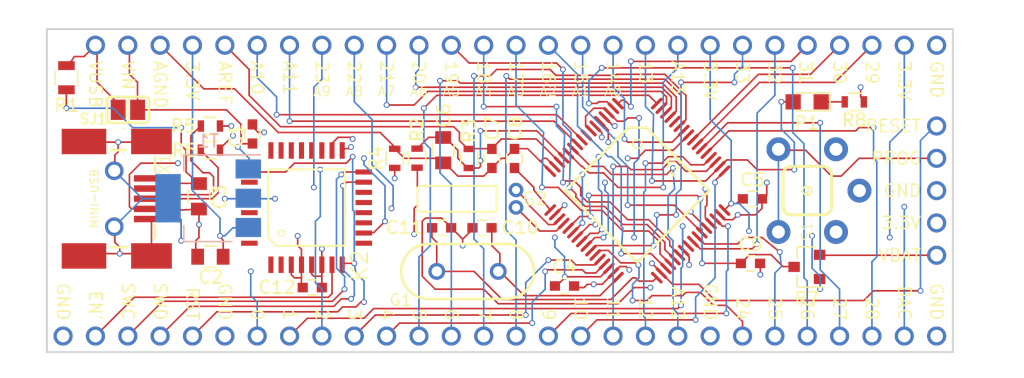
<source format=kicad_pcb>
(kicad_pcb (version 20171130) (host pcbnew "(5.1.2)-2")
  (layers (0 F.Cu signal) (1 GND power) (2 PWR power) (31 B.Cu signal) (34 B.Paste user) (35 F.Paste user) (36 B.SilkS user) (37 F.SilkS user) (38 B.Mask user) (39 F.Mask user) (44 Edge.Cuts user))
  (net 0 "")
  (net 1 GND)
  (net 2 /N$61)
  (net 3 /N$69)
  (net 4 /N$18)
  (net 5 /N$15)
  (net 6 /N$53)
  (net 7 /N$13)
  (net 8 /N$11)
  (net 9 /N$68)
  (net 10 /N$5)
  (net 11 /N$6)
  (net 12 /N$8)
  (net 13 /N$7)
  (net 14 /N$48)
  (net 15 /N$59)
  (net 16 /N$10)
  (net 17 /N$14)
  (net 18 "Net-(K1-Pad8)")
  (net 19 /N$65)
  (net 20 /N$64)
  (net 21 /N$55)
  (net 22 /N$45)
  (net 23 /N$54)
  (net 24 /N$2)
  (net 25 /N$19)
  (net 26 /N$3)
  (net 27 /N$70)
  (net 28 /N$46)
  (net 29 /N$57)
  (net 30 /N$41)
  (net 31 /N$40)
  (net 32 /N$12)
  (net 33 /N$28)
  (net 34 /N$27)
  (net 35 /N$25)
  (net 36 /N$26)
  (net 37 /N$44)
  (net 38 /N$43)
  (net 39 /N$47)
  (net 40 /N$58)
  (net 41 /N$29)
  (net 42 /N$22)
  (net 43 /N$21)
  (net 44 /N$35)
  (net 45 /N$34)
  (net 46 /N$31)
  (net 47 /N$33)
  (net 48 /N$32)
  (net 49 /N$51)
  (net 50 /N$60)
  (net 51 /N$50)
  (net 52 /N$49)
  (net 53 /N$42)
  (net 54 /N$30)
  (net 55 /N$37)
  (net 56 /N$36)
  (net 57 /N$38)
  (net 58 /N$24)
  (net 59 /N$23)
  (net 60 /N$39)
  (net 61 /N$1)
  (net 62 "Net-(K2-Pad9)")
  (net 63 /N$9)
  (net 64 "Net-(K2-Pad23)")
  (net 65 "Net-(K2-Pad24)")
  (net 66 "Net-(K2-Pad30)")
  (net 67 "Net-(K2-Pad31)")
  (net 68 "Net-(K2-Pad32)")
  (net 69 /N$52)
  (net 70 /N$67)
  (net 71 /N$17)
  (net 72 /N$16)
  (net 73 /N$63)
  (module "T32 ref:HC49US" (layer F.Cu) (at 145.9611 111.3536 180)
    (fp_text reference G1 (at 5.2611 -2.2464 180) (layer F.SilkS) (effects (font (size 0.889 0.889) (thickness 0.1016))))
    (fp_text value 16MHz)
    (pad 1 thru_hole circle (at -2.413 0 180) (size 1.3208 1.3208) (drill 0.8128) (layers *.Cu *.Paste *.Mask) (net 10 /N$5))
    (pad 2 thru_hole circle (at 2.413 0 180) (size 1.3208 1.3208) (drill 0.8128) (layers *.Cu *.Paste *.Mask) (net 11 /N$6))
  )
  (module "T32 ref:TC26H" (layer F.Cu) (at 149.7711 105.6386 90)
    (fp_text reference G2 (at -0.0114 1.4789 180) (layer F.SilkS) (effects (font (thickness 0.1))))
    (fp_text value 32.768kHz)
    (pad 1 thru_hole circle (at -0.6858 0 90) (size 1.143 1.143) (drill 0.635) (layers *.Cu *.Paste *.Mask) (net 12 /N$8))
    (pad 2 thru_hole circle (at 0.6858 0 90) (size 1.143 1.143) (drill 0.635) (layers *.Cu *.Paste *.Mask) (net 13 /N$7))
  )
  (module "T32 ref:LQFP64-05" (layer F.Cu) (at 159.2961 105.0036 315)
    (fp_text reference K1 (at 0.64516 -3.21564 315) (layer F.SilkS) (effects (font (size 0.8128 0.8128) (thickness 0.127))))
    (fp_text value MK20DX256VLH7)
    (pad 1 smd oval (at -5.91312 -3.75666 225) (size 0.24892 1.19888) (layers F.Cu F.Paste F.Mask) (net 14 /N$48))
    (pad 2 smd oval (at -5.91312 -3.24866 225) (size 0.24892 1.19888) (layers F.Cu F.Paste F.Mask) (net 15 /N$59))
    (pad 3 smd oval (at -5.91312 -2.74066 225) (size 0.24892 1.19888) (layers F.Cu F.Paste F.Mask) (net 3 /N$69))
    (pad 4 smd oval (at -5.91312 -2.25806 225) (size 0.24892 1.19888) (layers F.Cu F.Paste F.Mask) (net 1 GND))
    (pad 5 smd oval (at -5.91312 -1.75006 225) (size 0.24892 1.19888) (layers F.Cu F.Paste F.Mask) (net 16 /N$10))
    (pad 6 smd oval (at -5.91312 -1.24206 225) (size 0.24892 1.19888) (layers F.Cu F.Paste F.Mask) (net 17 /N$14))
    (pad 7 smd oval (at -5.91312 -0.75946 225) (size 0.24892 1.19888) (layers F.Cu F.Paste F.Mask) (net 3 /N$69))
    (pad 8 smd oval (at -5.91312 -0.25146 225) (size 0.24892 1.19888) (layers F.Cu F.Paste F.Mask) (net 18 "Net-(K1-Pad8)"))
    (pad 9 smd oval (at -5.91312 0.254 225) (size 0.24892 1.19888) (layers F.Cu F.Paste F.Mask) (net 19 /N$65))
    (pad 10 smd oval (at -5.91312 0.762 225) (size 0.24892 1.19888) (layers F.Cu F.Paste F.Mask) (net 20 /N$64))
    (pad 11 smd oval (at -5.91312 1.2446 225) (size 0.24892 1.19888) (layers F.Cu F.Paste F.Mask) (net 21 /N$55))
    (pad 12 smd oval (at -5.91312 1.7526 225) (size 0.24892 1.19888) (layers F.Cu F.Paste F.Mask) (net 22 /N$45))
    (pad 13 smd oval (at -5.91312 2.2606 225) (size 0.24892 1.19888) (layers F.Cu F.Paste F.Mask) (net 5 /N$15))
    (pad 14 smd oval (at -5.91312 2.7432 225) (size 0.24892 1.19888) (layers F.Cu F.Paste F.Mask) (net 7 /N$13))
    (pad 15 smd oval (at -5.91312 3.2512 225) (size 0.24892 1.19888) (layers F.Cu F.Paste F.Mask) (net 6 /N$53))
    (pad 16 smd oval (at -5.91312 3.7592 225) (size 0.24892 1.19888) (layers F.Cu F.Paste F.Mask) (net 6 /N$53))
    (pad 17 smd oval (at -3.7592 5.91312 135) (size 0.24892 1.19888) (layers F.Cu F.Paste F.Mask) (net 8 /N$11))
    (pad 18 smd oval (at -3.2512 5.91312 135) (size 0.24892 1.19888) (layers F.Cu F.Paste F.Mask) (net 23 /N$54))
    (pad 19 smd oval (at -2.7432 5.91312 135) (size 0.24892 1.19888) (layers F.Cu F.Paste F.Mask) (net 13 /N$7))
    (pad 20 smd oval (at -2.2606 5.91312 135) (size 0.24892 1.19888) (layers F.Cu F.Paste F.Mask) (net 12 /N$8))
    (pad 21 smd oval (at -1.7526 5.91312 135) (size 0.24892 1.19888) (layers F.Cu F.Paste F.Mask) (net 9 /N$68))
    (pad 22 smd oval (at -1.2446 5.91312 135) (size 0.24892 1.19888) (layers F.Cu F.Paste F.Mask) (net 24 /N$2))
    (pad 23 smd oval (at -0.762 5.91312 135) (size 0.24892 1.19888) (layers F.Cu F.Paste F.Mask) (net 25 /N$19))
    (pad 24 smd oval (at -0.254 5.91312 135) (size 0.24892 1.19888) (layers F.Cu F.Paste F.Mask) (net 26 /N$3))
    (pad 25 smd oval (at 0.25146 5.91312 135) (size 0.24892 1.19888) (layers F.Cu F.Paste F.Mask) (net 27 /N$70))
    (pad 26 smd oval (at 0.75946 5.91312 135) (size 0.24892 1.19888) (layers F.Cu F.Paste F.Mask) (net 28 /N$46))
    (pad 27 smd oval (at 1.24206 5.91312 135) (size 0.24892 1.19888) (layers F.Cu F.Paste F.Mask) (net 29 /N$57))
    (pad 28 smd oval (at 1.75006 5.91312 135) (size 0.24892 1.19888) (layers F.Cu F.Paste F.Mask) (net 30 /N$41))
    (pad 29 smd oval (at 2.25806 5.91312 135) (size 0.24892 1.19888) (layers F.Cu F.Paste F.Mask) (net 31 /N$40))
    (pad 30 smd oval (at 2.74066 5.91312 135) (size 0.24892 1.19888) (layers F.Cu F.Paste F.Mask) (net 3 /N$69))
    (pad 31 smd oval (at 3.24866 5.91312 135) (size 0.24892 1.19888) (layers F.Cu F.Paste F.Mask) (net 1 GND))
    (pad 32 smd oval (at 3.75666 5.91312 135) (size 0.24892 1.19888) (layers F.Cu F.Paste F.Mask) (net 10 /N$5))
    (pad 33 smd oval (at 5.91312 3.7592 225) (size 0.24892 1.19888) (layers F.Cu F.Paste F.Mask) (net 11 /N$6))
    (pad 34 smd oval (at 5.91312 3.2512 225) (size 0.24892 1.19888) (layers F.Cu F.Paste F.Mask) (net 32 /N$12))
    (pad 35 smd oval (at 5.91312 2.7432 225) (size 0.24892 1.19888) (layers F.Cu F.Paste F.Mask) (net 33 /N$28))
    (pad 36 smd oval (at 5.91312 2.2606 225) (size 0.24892 1.19888) (layers F.Cu F.Paste F.Mask) (net 34 /N$27))
    (pad 37 smd oval (at 5.91312 1.7526 225) (size 0.24892 1.19888) (layers F.Cu F.Paste F.Mask) (net 35 /N$25))
    (pad 38 smd oval (at 5.91312 1.2446 225) (size 0.24892 1.19888) (layers F.Cu F.Paste F.Mask) (net 36 /N$26))
    (pad 39 smd oval (at 5.91312 0.762 225) (size 0.24892 1.19888) (layers F.Cu F.Paste F.Mask) (net 37 /N$44))
    (pad 40 smd oval (at 5.91312 0.254 225) (size 0.24892 1.19888) (layers F.Cu F.Paste F.Mask) (net 38 /N$43))
    (pad 41 smd oval (at 5.91312 -0.25146 225) (size 0.24892 1.19888) (layers F.Cu F.Paste F.Mask) (net 39 /N$47))
    (pad 42 smd oval (at 5.91312 -0.75946 225) (size 0.24892 1.19888) (layers F.Cu F.Paste F.Mask) (net 40 /N$58))
    (pad 43 smd oval (at 5.91312 -1.24206 225) (size 0.24892 1.19888) (layers F.Cu F.Paste F.Mask) (net 41 /N$29))
    (pad 44 smd oval (at 5.91312 -1.75006 225) (size 0.24892 1.19888) (layers F.Cu F.Paste F.Mask) (net 42 /N$22))
    (pad 45 smd oval (at 5.91312 -2.25806 225) (size 0.24892 1.19888) (layers F.Cu F.Paste F.Mask) (net 43 /N$21))
    (pad 46 smd oval (at 5.91312 -2.74066 225) (size 0.24892 1.19888) (layers F.Cu F.Paste F.Mask) (net 44 /N$35))
    (pad 47 smd oval (at 5.91312 -3.24866 225) (size 0.24892 1.19888) (layers F.Cu F.Paste F.Mask) (net 1 GND))
    (pad 48 smd oval (at 5.91312 -3.75666 225) (size 0.24892 1.19888) (layers F.Cu F.Paste F.Mask) (net 3 /N$69))
    (pad 49 smd oval (at 3.75666 -5.91312 135) (size 0.24892 1.19888) (layers F.Cu F.Paste F.Mask) (net 45 /N$34))
    (pad 50 smd oval (at 3.24866 -5.91312 135) (size 0.24892 1.19888) (layers F.Cu F.Paste F.Mask) (net 46 /N$31))
    (pad 51 smd oval (at 2.74066 -5.91312 135) (size 0.24892 1.19888) (layers F.Cu F.Paste F.Mask) (net 47 /N$33))
    (pad 52 smd oval (at 2.25806 -5.91312 135) (size 0.24892 1.19888) (layers F.Cu F.Paste F.Mask) (net 48 /N$32))
    (pad 53 smd oval (at 1.75006 -5.91312 135) (size 0.24892 1.19888) (layers F.Cu F.Paste F.Mask) (net 49 /N$51))
    (pad 54 smd oval (at 1.24206 -5.91312 135) (size 0.24892 1.19888) (layers F.Cu F.Paste F.Mask) (net 50 /N$60))
    (pad 55 smd oval (at 0.75946 -5.91312 135) (size 0.24892 1.19888) (layers F.Cu F.Paste F.Mask) (net 51 /N$50))
    (pad 56 smd oval (at 0.25146 -5.91312 135) (size 0.24892 1.19888) (layers F.Cu F.Paste F.Mask) (net 52 /N$49))
    (pad 57 smd oval (at -0.254 -5.91312 135) (size 0.24892 1.19888) (layers F.Cu F.Paste F.Mask) (net 53 /N$42))
    (pad 58 smd oval (at -0.762 -5.91312 135) (size 0.24892 1.19888) (layers F.Cu F.Paste F.Mask) (net 54 /N$30))
    (pad 59 smd oval (at -1.2446 -5.91312 135) (size 0.24892 1.19888) (layers F.Cu F.Paste F.Mask) (net 55 /N$37))
    (pad 60 smd oval (at -1.7526 -5.91312 135) (size 0.24892 1.19888) (layers F.Cu F.Paste F.Mask) (net 56 /N$36))
    (pad 61 smd oval (at -2.2606 -5.91312 135) (size 0.24892 1.19888) (layers F.Cu F.Paste F.Mask) (net 57 /N$38))
    (pad 62 smd oval (at -2.7432 -5.91312 135) (size 0.24892 1.19888) (layers F.Cu F.Paste F.Mask) (net 58 /N$24))
    (pad 63 smd oval (at -3.2512 -5.91312 135) (size 0.24892 1.19888) (layers F.Cu F.Paste F.Mask) (net 59 /N$23))
    (pad 64 smd oval (at -3.7592 -5.91312 135) (size 0.24892 1.19888) (layers F.Cu F.Paste F.Mask) (net 60 /N$39))
  )
  (module "T32 ref:LQFP32-08" (layer F.Cu) (at 133.3246 106.3371 90)
    (fp_text reference K2 (at -4.5629 4.1754 90) (layer F.SilkS) (effects (font (size 1.27 1.27) (thickness 0.127))))
    (fp_text value MKL04Z32VLC4)
    (pad 1 smd rect (at -4.49072 -2.79908 180) (size 0.39878 1.29794) (layers F.Cu F.Paste F.Mask))
    (pad 2 smd rect (at -4.49072 -1.99898 180) (size 0.39878 1.29794) (layers F.Cu F.Paste F.Mask))
    (pad 3 smd rect (at -4.49072 -1.19888 180) (size 0.39878 1.29794) (layers F.Cu F.Paste F.Mask) (net 3 /N$69))
    (pad 4 smd rect (at -4.49072 -0.39878 180) (size 0.39878 1.29794) (layers F.Cu F.Paste F.Mask) (net 3 /N$69))
    (pad 5 smd rect (at -4.49072 0.39878 180) (size 0.39878 1.29794) (layers F.Cu F.Paste F.Mask) (net 1 GND))
    (pad 6 smd rect (at -4.49072 1.19888 180) (size 0.39878 1.29794) (layers F.Cu F.Paste F.Mask) (net 1 GND))
    (pad 7 smd rect (at -4.49072 1.99898 180) (size 0.39878 1.29794) (layers F.Cu F.Paste F.Mask) (net 61 /N$1))
    (pad 8 smd rect (at -4.49072 2.79908 180) (size 0.39878 1.29794) (layers F.Cu F.Paste F.Mask) (net 32 /N$12))
    (pad 9 smd rect (at -2.79908 4.49072 90) (size 0.39878 1.29794) (layers F.Cu F.Paste F.Mask) (net 62 "Net-(K2-Pad9)"))
    (pad 10 smd rect (at -1.99898 4.49072 90) (size 0.39878 1.29794) (layers F.Cu F.Paste F.Mask) (net 25 /N$19))
    (pad 11 smd rect (at -1.19888 4.49072 90) (size 0.39878 1.29794) (layers F.Cu F.Paste F.Mask))
    (pad 12 smd rect (at -0.39878 4.49072 90) (size 0.39878 1.29794) (layers F.Cu F.Paste F.Mask))
    (pad 13 smd rect (at 0.39878 4.49072 90) (size 0.39878 1.29794) (layers F.Cu F.Paste F.Mask))
    (pad 14 smd rect (at 1.19888 4.49072 90) (size 0.39878 1.29794) (layers F.Cu F.Paste F.Mask))
    (pad 15 smd rect (at 1.99898 4.49072 90) (size 0.39878 1.29794) (layers F.Cu F.Paste F.Mask) (net 27 /N$70))
    (pad 16 smd rect (at 2.79908 4.49072 90) (size 0.39878 1.29794) (layers F.Cu F.Paste F.Mask) (net 24 /N$2))
    (pad 17 smd rect (at 4.49072 2.79908 180) (size 0.39878 1.29794) (layers F.Cu F.Paste F.Mask) (net 26 /N$3))
    (pad 18 smd rect (at 4.49072 1.99898 180) (size 0.39878 1.29794) (layers F.Cu F.Paste F.Mask) (net 63 /N$9))
    (pad 19 smd rect (at 4.49072 1.19888 180) (size 0.39878 1.29794) (layers F.Cu F.Paste F.Mask))
    (pad 20 smd rect (at 4.49072 0.39878 180) (size 0.39878 1.29794) (layers F.Cu F.Paste F.Mask))
    (pad 21 smd rect (at 4.49072 -0.39878 180) (size 0.39878 1.29794) (layers F.Cu F.Paste F.Mask))
    (pad 22 smd rect (at 4.49072 -1.19888 180) (size 0.39878 1.29794) (layers F.Cu F.Paste F.Mask))
    (pad 23 smd rect (at 4.49072 -1.99898 180) (size 0.39878 1.29794) (layers F.Cu F.Paste F.Mask) (net 64 "Net-(K2-Pad23)"))
    (pad 24 smd rect (at 4.49072 -2.79908 180) (size 0.39878 1.29794) (layers F.Cu F.Paste F.Mask) (net 65 "Net-(K2-Pad24)"))
    (pad 25 smd rect (at 2.79908 -4.49072 90) (size 0.39878 1.29794) (layers F.Cu F.Paste F.Mask) (net 32 /N$12))
    (pad 26 smd rect (at 1.99898 -4.49072 90) (size 0.39878 1.29794) (layers F.Cu F.Paste F.Mask))
    (pad 27 smd rect (at 1.19888 -4.49072 90) (size 0.39878 1.29794) (layers F.Cu F.Paste F.Mask))
    (pad 28 smd rect (at 0.39878 -4.49072 90) (size 0.39878 1.29794) (layers F.Cu F.Paste F.Mask))
    (pad 29 smd rect (at -0.39878 -4.49072 90) (size 0.39878 1.29794) (layers F.Cu F.Paste F.Mask))
    (pad 30 smd rect (at -1.19888 -4.49072 90) (size 0.39878 1.29794) (layers F.Cu F.Paste F.Mask) (net 66 "Net-(K2-Pad30)"))
    (pad 31 smd rect (at -1.99898 -4.49072 90) (size 0.39878 1.29794) (layers F.Cu F.Paste F.Mask) (net 67 "Net-(K2-Pad31)"))
    (pad 32 smd rect (at -2.79908 -4.49072 90) (size 0.39878 1.29794) (layers F.Cu F.Paste F.Mask) (net 68 "Net-(K2-Pad32)"))
  )
  (module "T32 ref:ALPS_SKHH" (layer F.Cu) (at 172.6311 105.0036 90)
    (fp_text reference S1 (at -3.1964 -0.0311 90) (layer F.SilkS) (effects (font (size 0.8128 0.8128) (thickness 0.0762))))
    (fp_text value ~ (at 0 0 90) (layer F.SilkS) (effects (font (size 1.524 1.524))))
    (pad 1 thru_hole circle (at -3.2512 -2.2606 90) (size 1.8796 1.8796) (drill 1.016) (layers *.Cu *.Paste *.Mask) (net 63 /N$9))
    (pad 2 thru_hole circle (at 3.2512 -2.2606 90) (size 1.8796 1.8796) (drill 1.016) (layers *.Cu *.Paste *.Mask) (net 63 /N$9))
    (pad 3 thru_hole circle (at -3.2512 2.2606 90) (size 1.8796 1.8796) (drill 1.016) (layers *.Cu *.Paste *.Mask) (net 1 GND))
    (pad 4 thru_hole circle (at 3.2512 2.2606 90) (size 1.8796 1.8796) (drill 1.016) (layers *.Cu *.Paste *.Mask) (net 1 GND))
    (pad 5 thru_hole circle (at 0 4.09956 90) (size 1.8796 1.8796) (drill 1.016) (layers *.Cu *.Paste *.Mask))
  )
  (module "T32 ref:SOLDERJUMPER" (layer F.Cu) (at 119.3 98.65)
    (fp_text reference SJ1 (at -2.7161 0.7214) (layer F.SilkS) (effects (font (size 0.8128 0.8128) (thickness 0.1524))))
    (fp_text value ~ (at -0.3048 1.4478) (layer F.SilkS) (effects (font (size 0.4064 0.4064) (thickness 0.0508))))
    (pad 1 smd rect (at -0.762 0) (size 1.1684 1.6002) (layers F.Cu F.Paste F.Mask) (net 70 /N$67))
    (pad 2 smd rect (at 0.75946 0) (size 1.1684 1.6002) (layers F.Cu F.Paste F.Mask) (net 2 /N$61))
  )
  (module "T32 ref:MOLEX_SD-67503-010" (layer F.Cu) (at 118.2271 105.6386)
    (fp_text reference X1 (at 3.9729 -2.7386 270) (layer F.SilkS) (effects (font (size 0.889 0.889) (thickness 0.1016))))
    (fp_text value MINI-USB (at -1.5621 0 270) (layer F.SilkS) (effects (font (size 0.635 0.635) (thickness 0.0762))))
    (pad 1 smd rect (at 2.81686 -1.59766) (size 2.54 0.508) (layers F.Cu F.Paste F.Mask) (net 4 /N$18))
    (pad 2 smd rect (at 2.81686 -0.79756) (size 2.54 0.508) (layers F.Cu F.Paste F.Mask) (net 71 /N$17))
    (pad 3 smd rect (at 2.81686 0) (size 2.54 0.508) (layers F.Cu F.Paste F.Mask) (net 72 /N$16))
    (pad 4 smd rect (at 2.81686 0.79756) (size 2.54 0.508) (layers F.Cu F.Paste F.Mask) (net 25 /N$19))
    (pad 5 smd rect (at 2.81686 1.59766) (size 2.54 0.508) (layers F.Cu F.Paste F.Mask) (net 1 GND))
    (pad P$1 smd rect (at -2.3749 4.49834) (size 3.49758 1.99898) (layers F.Cu F.Paste F.Mask) (net 1 GND))
    (pad P$2 smd rect (at -2.3749 -4.49834) (size 3.49758 1.99898) (layers F.Cu F.Paste F.Mask) (net 1 GND))
    (pad P$3 smd rect (at 2.92354 4.49834) (size 3.19786 1.99898) (layers F.Cu F.Paste F.Mask) (net 1 GND))
    (pad P$4 smd rect (at 2.92354 -4.49834) (size 3.19786 1.99898) (layers F.Cu F.Paste F.Mask) (net 1 GND))
    (pad P$5 thru_hole circle (at 0 -2.19964) (size 1.45796 1.45796) (drill 0.94996) (layers *.Cu *.Paste *.Mask) (net 1 GND))
    (pad P$6 thru_hole circle (at 0 2.19964) (size 1.45796 1.45796) (drill 0.94996) (layers *.Cu *.Paste *.Mask) (net 1 GND))
  )
  (module "T32 ref:PTH_39MIL" (layer F.Cu) (at 116.7511 93.5736)
    (fp_text reference SX1 hide)
    (fp_text value PIN hide)
    (pad 1 thru_hole circle (at 0 0) (size 1.4986 1.4986) (drill 0.9906) (layers *.Cu *.Paste *.Mask) (net 70 /N$67))
  )
  (module "T32 ref:PTH_39MIL" (layer F.Cu) (at 119.2911 93.5736)
    (fp_text reference SX2 hide)
    (fp_text value PIN hide)
    (pad 1 thru_hole circle (at 0 0) (size 1.4986 1.4986) (drill 0.9906) (layers *.Cu *.Paste *.Mask) (net 2 /N$61))
  )
  (module "T32 ref:PTH_39MIL" (layer F.Cu) (at 121.8311 93.5736)
    (fp_text reference SX3 hide)
    (fp_text value PIN hide)
    (pad 1 thru_hole circle (at 0 0) (size 1.4986 1.4986) (drill 0.9906) (layers *.Cu *.Paste *.Mask) (net 6 /N$53))
  )
  (module "T32 ref:PTH_39MIL" (layer F.Cu) (at 124.3711 93.5736)
    (fp_text reference SX4 hide)
    (fp_text value PIN hide)
    (pad 1 thru_hole circle (at 0 0) (size 1.4986 1.4986) (drill 0.9906) (layers *.Cu *.Paste *.Mask) (net 3 /N$69))
  )
  (module "T32 ref:PTH_39MIL" (layer F.Cu) (at 134.5311 93.5736)
    (fp_text reference SX5 hide)
    (fp_text value PIN hide)
    (pad 1 thru_hole circle (at 0 0) (size 1.4986 1.4986) (drill 0.9906) (layers *.Cu *.Paste *.Mask) (net 43 /N$21))
  )
  (module "T32 ref:PTH_39MIL" (layer F.Cu) (at 137.0711 93.5736)
    (fp_text reference SX6 hide)
    (fp_text value PIN hide)
    (pad 1 thru_hole circle (at 0 0) (size 1.4986 1.4986) (drill 0.9906) (layers *.Cu *.Paste *.Mask) (net 42 /N$22))
  )
  (module "T32 ref:PTH_39MIL" (layer F.Cu) (at 139.6111 93.5736)
    (fp_text reference SX7 hide)
    (fp_text value PIN hide)
    (pad 1 thru_hole circle (at 0 0) (size 1.4986 1.4986) (drill 0.9906) (layers *.Cu *.Paste *.Mask) (net 59 /N$23))
  )
  (module "T32 ref:PTH_39MIL" (layer F.Cu) (at 142.1511 93.5736)
    (fp_text reference SX8 hide)
    (fp_text value PIN hide)
    (pad 1 thru_hole circle (at 0 0) (size 1.4986 1.4986) (drill 0.9906) (layers *.Cu *.Paste *.Mask) (net 58 /N$24))
  )
  (module "T32 ref:PTH_39MIL" (layer F.Cu) (at 144.6911 93.5736)
    (fp_text reference SX9 hide)
    (fp_text value PIN hide)
    (pad 1 thru_hole circle (at 0 0) (size 1.4986 1.4986) (drill 0.9906) (layers *.Cu *.Paste *.Mask) (net 35 /N$25))
  )
  (module "T32 ref:PTH_39MIL" (layer F.Cu) (at 147.2311 93.5736)
    (fp_text reference SX10 hide)
    (fp_text value PIN hide)
    (pad 1 thru_hole circle (at 0 0) (size 1.4986 1.4986) (drill 0.9906) (layers *.Cu *.Paste *.Mask) (net 36 /N$26))
  )
  (module "T32 ref:PTH_39MIL" (layer F.Cu) (at 149.7711 93.5736)
    (fp_text reference SX11 hide)
    (fp_text value PIN hide)
    (pad 1 thru_hole circle (at 0 0) (size 1.4986 1.4986) (drill 0.9906) (layers *.Cu *.Paste *.Mask) (net 34 /N$27))
  )
  (module "T32 ref:PTH_39MIL" (layer F.Cu) (at 131.9911 93.5736)
    (fp_text reference SX12 hide)
    (fp_text value PIN hide)
    (pad 1 thru_hole circle (at 0 0) (size 1.4986 1.4986) (drill 0.9906) (layers *.Cu *.Paste *.Mask) (net 20 /N$64))
  )
  (module "T32 ref:PTH_39MIL" (layer F.Cu) (at 152.3111 93.5736)
    (fp_text reference SX13 hide)
    (fp_text value PIN hide)
    (pad 1 thru_hole circle (at 0 0) (size 1.4986 1.4986) (drill 0.9906) (layers *.Cu *.Paste *.Mask) (net 33 /N$28))
  )
  (module "T32 ref:PTH_39MIL" (layer F.Cu) (at 129.4511 93.5736)
    (fp_text reference SX14 hide)
    (fp_text value PIN hide)
    (pad 1 thru_hole circle (at 0 0) (size 1.4986 1.4986) (drill 0.9906) (layers *.Cu *.Paste *.Mask) (net 19 /N$65))
  )
  (module "T32 ref:PTH_39MIL" (layer F.Cu) (at 154.8511 93.5736)
    (fp_text reference SX15 hide)
    (fp_text value PIN hide)
    (pad 1 thru_hole circle (at 0 0) (size 1.4986 1.4986) (drill 0.9906) (layers *.Cu *.Paste *.Mask) (net 41 /N$29))
  )
  (module "T32 ref:PTH_39MIL" (layer F.Cu) (at 126.9111 93.5736)
    (fp_text reference SX16 hide)
    (fp_text value PIN hide)
    (pad 1 thru_hole circle (at 0 0) (size 1.4986 1.4986) (drill 0.9906) (layers *.Cu *.Paste *.Mask) (net 7 /N$13))
  )
  (module "T32 ref:PTH_39MIL" (layer F.Cu) (at 157.3911 93.5736)
    (fp_text reference SX17 hide)
    (fp_text value PIN hide)
    (pad 1 thru_hole circle (at 0 0) (size 1.4986 1.4986) (drill 0.9906) (layers *.Cu *.Paste *.Mask) (net 54 /N$30))
  )
  (module "T32 ref:PTH_39MIL" (layer F.Cu) (at 159.9311 93.5736)
    (fp_text reference SX18 hide)
    (fp_text value PIN hide)
    (pad 1 thru_hole circle (at 0 0) (size 1.4986 1.4986) (drill 0.9906) (layers *.Cu *.Paste *.Mask) (net 46 /N$31))
  )
  (module "T32 ref:PTH_39MIL" (layer F.Cu) (at 159.9311 116.4336)
    (fp_text reference SX19 hide)
    (fp_text value PIN hide)
    (pad 1 thru_hole circle (at 0 0) (size 1.4986 1.4986) (drill 0.9906) (layers *.Cu *.Paste *.Mask) (net 48 /N$32))
  )
  (module "T32 ref:PTH_39MIL" (layer F.Cu) (at 157.3911 116.4336)
    (fp_text reference SX20 hide)
    (fp_text value PIN hide)
    (pad 1 thru_hole circle (at 0 0) (size 1.4986 1.4986) (drill 0.9906) (layers *.Cu *.Paste *.Mask) (net 47 /N$33))
  )
  (module "T32 ref:PTH_39MIL" (layer F.Cu) (at 154.8511 116.4336)
    (fp_text reference SX21 hide)
    (fp_text value PIN hide)
    (pad 1 thru_hole circle (at 0 0) (size 1.4986 1.4986) (drill 0.9906) (layers *.Cu *.Paste *.Mask) (net 45 /N$34))
  )
  (module "T32 ref:PTH_39MIL" (layer F.Cu) (at 152.3111 116.4336)
    (fp_text reference SX22 hide)
    (fp_text value PIN hide)
    (pad 1 thru_hole circle (at 0 0) (size 1.4986 1.4986) (drill 0.9906) (layers *.Cu *.Paste *.Mask) (net 44 /N$35))
  )
  (module "T32 ref:PTH_39MIL" (layer F.Cu) (at 149.7711 116.4336)
    (fp_text reference SX23 hide)
    (fp_text value PIN hide)
    (pad 1 thru_hole circle (at 0 0) (size 1.4986 1.4986) (drill 0.9906) (layers *.Cu *.Paste *.Mask) (net 56 /N$36))
  )
  (module "T32 ref:PTH_39MIL" (layer F.Cu) (at 147.2311 116.4336)
    (fp_text reference SX24 hide)
    (fp_text value PIN hide)
    (pad 1 thru_hole circle (at 0 0) (size 1.4986 1.4986) (drill 0.9906) (layers *.Cu *.Paste *.Mask) (net 55 /N$37))
  )
  (module "T32 ref:PTH_39MIL" (layer F.Cu) (at 144.6911 116.4336)
    (fp_text reference SX25 hide)
    (fp_text value PIN hide)
    (pad 1 thru_hole circle (at 0 0) (size 1.4986 1.4986) (drill 0.9906) (layers *.Cu *.Paste *.Mask) (net 57 /N$38))
  )
  (module "T32 ref:PTH_39MIL" (layer F.Cu) (at 142.1511 116.4336)
    (fp_text reference SX26 hide)
    (fp_text value PIN hide)
    (pad 1 thru_hole circle (at 0 0) (size 1.4986 1.4986) (drill 0.9906) (layers *.Cu *.Paste *.Mask) (net 60 /N$39))
  )
  (module "T32 ref:PTH_39MIL" (layer F.Cu) (at 139.6111 116.4336)
    (fp_text reference SX27 hide)
    (fp_text value PIN hide)
    (pad 1 thru_hole circle (at 0 0) (size 1.4986 1.4986) (drill 0.9906) (layers *.Cu *.Paste *.Mask) (net 31 /N$40))
  )
  (module "T32 ref:PTH_39MIL" (layer F.Cu) (at 137.0711 116.4336)
    (fp_text reference SX28 hide)
    (fp_text value PIN hide)
    (pad 1 thru_hole circle (at 0 0) (size 1.4986 1.4986) (drill 0.9906) (layers *.Cu *.Paste *.Mask) (net 30 /N$41))
  )
  (module "T32 ref:PTH_39MIL" (layer F.Cu) (at 134.5311 116.4336)
    (fp_text reference SX29 hide)
    (fp_text value PIN hide)
    (pad 1 thru_hole circle (at 0 0) (size 1.4986 1.4986) (drill 0.9906) (layers *.Cu *.Paste *.Mask) (net 53 /N$42))
  )
  (module "T32 ref:PTH_39MIL" (layer F.Cu) (at 131.9911 116.4336)
    (fp_text reference SX30 hide)
    (fp_text value PIN hide)
    (pad 1 thru_hole circle (at 0 0) (size 1.4986 1.4986) (drill 0.9906) (layers *.Cu *.Paste *.Mask) (net 38 /N$43))
  )
  (module "T32 ref:PTH_39MIL" (layer F.Cu) (at 129.4511 116.4336)
    (fp_text reference SX31 hide)
    (fp_text value PIN hide)
    (pad 1 thru_hole circle (at 0 0) (size 1.4986 1.4986) (drill 0.9906) (layers *.Cu *.Paste *.Mask) (net 37 /N$44))
  )
  (module "T32 ref:PTH_39MIL" (layer F.Cu) (at 126.9111 116.4336)
    (fp_text reference SX32 hide)
    (fp_text value PIN hide)
    (pad 1 thru_hole circle (at 0 0) (size 1.4986 1.4986) (drill 0.9906) (layers *.Cu *.Paste *.Mask) (net 1 GND))
  )
  (module "T32 ref:PTH_39MIL" (layer F.Cu) (at 162.4711 93.5736)
    (fp_text reference SX33 hide)
    (fp_text value PIN hide)
    (pad 1 thru_hole circle (at 0 0) (size 1.4986 1.4986) (drill 0.9906) (layers *.Cu *.Paste *.Mask) (net 22 /N$45))
  )
  (module "T32 ref:PTH_39MIL" (layer F.Cu) (at 165.0111 93.5736)
    (fp_text reference SX34 hide)
    (fp_text value PIN hide)
    (pad 1 thru_hole circle (at 0 0) (size 1.4986 1.4986) (drill 0.9906) (layers *.Cu *.Paste *.Mask) (net 3 /N$69))
  )
  (module "T32 ref:PTH_39MIL" (layer F.Cu) (at 167.5511 93.5736)
    (fp_text reference SX35 hide)
    (fp_text value PIN hide)
    (pad 1 thru_hole circle (at 0 0) (size 1.4986 1.4986) (drill 0.9906) (layers *.Cu *.Paste *.Mask) (net 28 /N$46))
  )
  (module "T32 ref:PTH_39MIL" (layer F.Cu) (at 170.0911 93.5736)
    (fp_text reference SX36 hide)
    (fp_text value PIN hide)
    (pad 1 thru_hole circle (at 0 0) (size 1.4986 1.4986) (drill 0.9906) (layers *.Cu *.Paste *.Mask) (net 39 /N$47))
  )
  (module "T32 ref:PTH_39MIL" (layer F.Cu) (at 172.6311 93.5736)
    (fp_text reference SX37 hide)
    (fp_text value PIN hide)
    (pad 1 thru_hole circle (at 0 0) (size 1.4986 1.4986) (drill 0.9906) (layers *.Cu *.Paste *.Mask) (net 14 /N$48))
  )
  (module "T32 ref:PTH_39MIL" (layer F.Cu) (at 182.7911 99.9236)
    (fp_text reference SX38 hide)
    (fp_text value PIN hide)
    (pad 1 thru_hole circle (at 0 0) (size 1.4986 1.4986) (drill 0.9906) (layers *.Cu *.Paste *.Mask) (net 32 /N$12))
  )
  (module "T32 ref:PTH_39MIL" (layer F.Cu) (at 175.1711 93.5736)
    (fp_text reference SX39 hide)
    (fp_text value PIN hide)
    (pad 1 thru_hole circle (at 0 0) (size 1.4986 1.4986) (drill 0.9906) (layers *.Cu *.Paste *.Mask) (net 52 /N$49))
  )
  (module "T32 ref:PTH_39MIL" (layer F.Cu) (at 182.7911 102.4636)
    (fp_text reference SX40 hide)
    (fp_text value PIN hide)
    (pad 1 thru_hole circle (at 0 0) (size 1.4986 1.4986) (drill 0.9906) (layers *.Cu *.Paste *.Mask) (net 63 /N$9))
  )
  (module "T32 ref:PTH_39MIL" (layer F.Cu) (at 177.7111 93.5736)
    (fp_text reference SX41 hide)
    (fp_text value PIN hide)
    (pad 1 thru_hole circle (at 0 0) (size 1.4986 1.4986) (drill 0.9906) (layers *.Cu *.Paste *.Mask) (net 51 /N$50))
  )
  (module "T32 ref:PTH_39MIL" (layer F.Cu) (at 182.7911 105.0036)
    (fp_text reference SX42 hide)
    (fp_text value PIN hide)
    (pad 1 thru_hole circle (at 0 0) (size 1.4986 1.4986) (drill 0.9906) (layers *.Cu *.Paste *.Mask) (net 1 GND))
  )
  (module "T32 ref:PTH_39MIL" (layer F.Cu) (at 177.7111 116.4336)
    (fp_text reference SX43 hide)
    (fp_text value PIN hide)
    (pad 1 thru_hole circle (at 0 0) (size 1.4986 1.4986) (drill 0.9906) (layers *.Cu *.Paste *.Mask) (net 49 /N$51))
  )
  (module "T32 ref:PTH_39MIL" (layer F.Cu) (at 182.7911 107.5436)
    (fp_text reference SX44 hide)
    (fp_text value PIN hide)
    (pad 1 thru_hole circle (at 0 0) (size 1.4986 1.4986) (drill 0.9906) (layers *.Cu *.Paste *.Mask) (net 3 /N$69))
  )
  (module "T32 ref:PTH_39MIL" (layer F.Cu) (at 175.1711 116.4336)
    (fp_text reference SX45 hide)
    (fp_text value PIN hide)
    (pad 1 thru_hole circle (at 0 0) (size 1.4986 1.4986) (drill 0.9906) (layers *.Cu *.Paste *.Mask) (net 50 /N$60))
  )
  (module "T32 ref:PTH_39MIL" (layer F.Cu) (at 182.7911 110.0836)
    (fp_text reference SX46 hide)
    (fp_text value PIN hide)
    (pad 1 thru_hole circle (at 0 0) (size 1.4986 1.4986) (drill 0.9906) (layers *.Cu *.Paste *.Mask) (net 73 /N$63))
  )
  (module "T32 ref:PTH_39MIL" (layer F.Cu) (at 172.6311 116.4336)
    (fp_text reference SX47 hide)
    (fp_text value PIN hide)
    (pad 1 thru_hole circle (at 0 0) (size 1.4986 1.4986) (drill 0.9906) (layers *.Cu *.Paste *.Mask) (net 15 /N$59))
  )
  (module "T32 ref:PTH_39MIL" (layer F.Cu) (at 170.0911 116.4336)
    (fp_text reference SX48 hide)
    (fp_text value PIN hide)
    (pad 1 thru_hole circle (at 0 0) (size 1.4986 1.4986) (drill 0.9906) (layers *.Cu *.Paste *.Mask) (net 40 /N$58))
  )
  (module "T32 ref:PTH_39MIL" (layer F.Cu) (at 167.5511 116.4336)
    (fp_text reference SX49 hide)
    (fp_text value PIN hide)
    (pad 1 thru_hole circle (at 0 0) (size 1.4986 1.4986) (drill 0.9906) (layers *.Cu *.Paste *.Mask) (net 29 /N$57))
  )
  (module "T32 ref:PTH_39MIL" (layer F.Cu) (at 165.0111 116.4336)
    (fp_text reference SX50 hide)
    (fp_text value PIN hide)
    (pad 1 thru_hole circle (at 0 0) (size 1.4986 1.4986) (drill 0.9906) (layers *.Cu *.Paste *.Mask) (net 1 GND))
  )
  (module "T32 ref:PTH_39MIL" (layer F.Cu) (at 162.4711 116.4336)
    (fp_text reference SX51 hide)
    (fp_text value PIN hide)
    (pad 1 thru_hole circle (at 0 0) (size 1.4986 1.4986) (drill 0.9906) (layers *.Cu *.Paste *.Mask) (net 21 /N$55))
  )
  (module "T32 ref:PTH_39MIL" (layer F.Cu) (at 180.2511 116.4336)
    (fp_text reference SX52 hide)
    (fp_text value PIN hide)
    (pad 1 thru_hole circle (at 0 0) (size 1.4986 1.4986) (drill 0.9906) (layers *.Cu *.Paste *.Mask) (net 23 /N$54))
  )
  (module "T32 ref:PTH_39MIL" (layer F.Cu) (at 114.2111 116.4336)
    (fp_text reference SX53 hide)
    (fp_text value PIN hide)
    (pad 1 thru_hole circle (at 0 0) (size 1.4986 1.4986) (drill 0.9906) (layers *.Cu *.Paste *.Mask) (net 1 GND))
  )
  (module "T32 ref:PTH_39MIL" (layer F.Cu) (at 180.2511 93.5736)
    (fp_text reference SX54 hide)
    (fp_text value PIN hide)
    (pad 1 thru_hole circle (at 0 0) (size 1.4986 1.4986) (drill 0.9906) (layers *.Cu *.Paste *.Mask) (net 3 /N$69))
  )
  (module "T32 ref:PTH_39MIL" (layer F.Cu) (at 182.7911 93.5736)
    (fp_text reference SX55 hide)
    (fp_text value PIN hide)
    (pad 1 thru_hole circle (at 0 0) (size 1.4986 1.4986) (drill 0.9906) (layers *.Cu *.Paste *.Mask) (net 1 GND))
  )
  (module "T32 ref:PTH_39MIL" (layer F.Cu) (at 124.3711 116.4336)
    (fp_text reference SX56 hide)
    (fp_text value PIN hide)
    (pad 1 thru_hole circle (at 0 0) (size 1.4986 1.4986) (drill 0.9906) (layers *.Cu *.Paste *.Mask) (net 32 /N$12))
  )
  (module "T32 ref:PTH_39MIL" (layer F.Cu) (at 121.8311 116.4336)
    (fp_text reference SX57 hide)
    (fp_text value PIN hide)
    (pad 1 thru_hole circle (at 0 0) (size 1.4986 1.4986) (drill 0.9906) (layers *.Cu *.Paste *.Mask) (net 27 /N$70))
  )
  (module "T32 ref:PTH_39MIL" (layer F.Cu) (at 119.2911 116.4336)
    (fp_text reference SX58 hide)
    (fp_text value PIN hide)
    (pad 1 thru_hole circle (at 0 0) (size 1.4986 1.4986) (drill 0.9906) (layers *.Cu *.Paste *.Mask) (net 24 /N$2))
  )
  (module "T32 ref:PTH_39MIL" (layer F.Cu) (at 116.7511 116.4336)
    (fp_text reference SX59 hide)
    (fp_text value PIN hide)
    (pad 1 thru_hole circle (at 0 0) (size 1.4986 1.4986) (drill 0.9906) (layers *.Cu *.Paste *.Mask) (net 61 /N$1))
  )
  (module "T32 ref:PTH_39MIL" (layer F.Cu) (at 182.7911 116.4336)
    (fp_text reference SX60 hide)
    (fp_text value PIN hide)
    (pad 1 thru_hole circle (at 0 0) (size 1.4986 1.4986) (drill 0.9906) (layers *.Cu *.Paste *.Mask) (net 1 GND))
  )
  (module Capacitors_SMD:C_0603 (layer F.Cu) (at 129.075 100.55 90)
    (fp_text reference C1 (at -0.15 -1.275 270) (layer F.SilkS))
    (fp_text value 0.1uF)
    (pad 1 smd rect (at -0.75 0 90) (size 0.8 0.75) (layers F.Cu F.Paste F.Mask) (net 2 /N$61))
    (pad 2 smd rect (at 0.75 0 90) (size 0.8 0.75) (layers F.Cu F.Paste F.Mask) (net 1 GND))
  )
  (module Capacitors_SMD:C_0603 (layer F.Cu) (at 153.575 112.5)
    (fp_text reference C4 (at 0 -1.5) (layer F.SilkS))
    (fp_text value 0.1uF)
    (pad 1 smd rect (at -0.75 0) (size 0.8 0.75) (layers F.Cu F.Paste F.Mask) (net 3 /N$69))
    (pad 2 smd rect (at 0.75 0) (size 0.8 0.75) (layers F.Cu F.Paste F.Mask) (net 1 GND))
  )
  (module Capacitors_SMD:C_0603 (layer F.Cu) (at 147.875 102.475 270)
    (fp_text reference C7 (at -2.375 -0.025 270) (layer F.SilkS))
    (fp_text value 0.1uF)
    (pad 1 smd rect (at -0.75 0 270) (size 0.8 0.75) (layers F.Cu F.Paste F.Mask) (net 7 /N$13))
    (pad 2 smd rect (at 0.75 0 270) (size 0.8 0.75) (layers F.Cu F.Paste F.Mask) (net 6 /N$53))
  )
  (module Capacitors_SMD:C_0603 (layer F.Cu) (at 149.65 102.475 90)
    (fp_text reference C8 (at 2.375 0.05 90) (layer F.SilkS))
    (fp_text value 0.1uF)
    (pad 1 smd rect (at -0.75 0 90) (size 0.8 0.75) (layers F.Cu F.Paste F.Mask) (net 8 /N$11))
    (pad 2 smd rect (at 0.75 0 90) (size 0.8 0.75) (layers F.Cu F.Paste F.Mask) (net 6 /N$53))
  )
  (module Capacitors_SMD:C_0603 (layer F.Cu) (at 168.175 110.725)
    (fp_text reference C9 (at 0 -1.5) (layer F.SilkS))
    (fp_text value 0.1uF)
    (pad 1 smd rect (at -0.75 0) (size 0.8 0.75) (layers F.Cu F.Paste F.Mask) (net 9 /N$68))
    (pad 2 smd rect (at 0.75 0) (size 0.8 0.75) (layers F.Cu F.Paste F.Mask) (net 1 GND))
  )
  (module Capacitors_SMD:C_0603 (layer F.Cu) (at 147.1 107.925 180)
    (fp_text reference C10 (at -3 0.025 180) (layer F.SilkS))
    (fp_text value 22pF)
    (pad 1 smd rect (at -0.75 0 180) (size 0.8 0.75) (layers F.Cu F.Paste F.Mask) (net 10 /N$5))
    (pad 2 smd rect (at 0.75 0 180) (size 0.8 0.75) (layers F.Cu F.Paste F.Mask) (net 1 GND))
  )
  (module Capacitors_SMD:C_0603 (layer F.Cu) (at 143.925 107.925)
    (fp_text reference C11 (at -2.925 -0.025) (layer F.SilkS))
    (fp_text value 22pF)
    (pad 1 smd rect (at -0.75 0) (size 0.8 0.75) (layers F.Cu F.Paste F.Mask) (net 11 /N$6))
    (pad 2 smd rect (at 0.75 0) (size 0.8 0.75) (layers F.Cu F.Paste F.Mask) (net 1 GND))
  )
  (module Capacitors_SMD:C_0603 (layer F.Cu) (at 133.775 112.625)
    (fp_text reference C12 (at -2.775 -0.025) (layer F.SilkS))
    (fp_text value 0.1uF)
    (pad 1 smd rect (at -0.75 0) (size 0.8 0.75) (layers F.Cu F.Paste F.Mask) (net 3 /N$69))
    (pad 2 smd rect (at 0.75 0) (size 0.8 0.75) (layers F.Cu F.Paste F.Mask) (net 1 GND))
  )
  (module Capacitors_SMD:C_0805 (layer F.Cu) (at 125.775 110.2 180)
    (fp_text reference C2 (at -0.025 -1.6 180) (layer F.SilkS))
    (fp_text value 2.2uF)
    (pad 1 smd rect (at -1 0 180) (size 1 1.25) (layers F.Cu F.Paste F.Mask) (net 3 /N$69))
    (pad 2 smd rect (at 1 0 180) (size 1 1.25) (layers F.Cu F.Paste F.Mask) (net 1 GND))
  )
  (module Capacitors_SMD:C_0805 (layer F.Cu) (at 124.875 105.45 270)
    (fp_text reference C3 (at 0.05 -1.625 270) (layer F.SilkS))
    (fp_text value 2.2uF)
    (pad 1 smd rect (at -1 0 270) (size 1 1.25) (layers F.Cu F.Paste F.Mask) (net 4 /N$18))
    (pad 2 smd rect (at 1 0 270) (size 1 1.25) (layers F.Cu F.Paste F.Mask) (net 1 GND))
  )
  (module Capacitors_SMD:C_0603 (layer F.Cu) (at 168.325 105.65)
    (fp_text reference C5 (at 0 -1.5) (layer F.SilkS))
    (fp_text value 0.1uF)
    (pad 1 smd rect (at -0.75 0) (size 0.8 0.75) (layers F.Cu F.Paste F.Mask) (net 3 /N$69))
    (pad 2 smd rect (at 0.75 0) (size 0.8 0.75) (layers F.Cu F.Paste F.Mask) (net 1 GND))
  )
  (module Capacitors_SMD:C_0805 (layer F.Cu) (at 144.05 101.825 270)
    (fp_text reference C6 (at -2.725 -0.05 270) (layer F.SilkS))
    (fp_text value 2.2uF)
    (pad 1 smd rect (at -1 0 270) (size 1 1.25) (layers F.Cu F.Paste F.Mask) (net 5 /N$15))
    (pad 2 smd rect (at 1 0 270) (size 1 1.25) (layers F.Cu F.Paste F.Mask) (net 6 /N$53))
  )
  (module LEDs:LED_0805 (layer F.Cu) (at 172.625 98.025 180)
    (fp_text reference P1 (at 0.025 -1.675 180) (layer F.SilkS))
    (fp_text value ~)
    (pad 2 smd rect (at 1.1 0) (size 1.2 1.2) (layers F.Cu F.Paste F.Mask) (net 46 /N$31))
    (pad 1 smd rect (at -1.1 0) (size 1.2 1.2) (layers F.Cu F.Paste F.Mask) (net 69 /N$52))
  )
  (module Resistors_SMD:R_0805 (layer F.Cu) (at 114.475 96.125 90)
    (fp_text reference R1 (at -2.175 0.025 180) (layer F.SilkS))
    (fp_text value FUSE)
    (pad 1 smd rect (at -0.95 0 90) (size 0.7 1.3) (layers F.Cu F.Paste F.Mask) (net 4 /N$18))
    (pad 2 smd rect (at 0.95 0 90) (size 0.7 1.3) (layers F.Cu F.Paste F.Mask) (net 70 /N$67))
  )
  (module Resistors_SMD:R_0603 (layer F.Cu) (at 142 102.45 270)
    (fp_text reference R2 (at -2.25 0 270) (layer F.SilkS))
    (fp_text value ~)
    (pad 1 smd rect (at -0.75 0 270) (size 0.5 0.9) (layers F.Cu F.Paste F.Mask) (net 5 /N$15))
    (pad 2 smd rect (at 0.75 0 270) (size 0.5 0.9) (layers F.Cu F.Paste F.Mask) (net 3 /N$69))
  )
  (module Resistors_SMD:R_0603 (layer F.Cu) (at 146.1 102.475 90)
    (fp_text reference R3 (at 2.175 0 90) (layer F.SilkS))
    (fp_text value 470R)
    (pad 1 smd rect (at -0.75 0 90) (size 0.5 0.9) (layers F.Cu F.Paste F.Mask) (net 5 /N$15))
    (pad 2 smd rect (at 0.75 0 90) (size 0.5 0.9) (layers F.Cu F.Paste F.Mask) (net 7 /N$13))
  )
  (module Resistors_SMD:R_0603 (layer F.Cu) (at 140.2461 102.4636 90)
    (fp_text reference R4 (at 0 -1.45 90) (layer F.SilkS))
    (fp_text value ~)
    (pad 1 smd rect (at -0.75 0 90) (size 0.5 0.9) (layers F.Cu F.Paste F.Mask) (net 1 GND))
    (pad 2 smd rect (at 0.75 0 90) (size 0.5 0.9) (layers F.Cu F.Paste F.Mask) (net 6 /N$53))
  )
  (module Resistors_SMD:R_0603 (layer F.Cu) (at 125.775 99.925)
    (fp_text reference R5 (at -2.125 0) (layer F.SilkS))
    (fp_text value 33R)
    (pad 1 smd rect (at -0.75 0) (size 0.5 0.9) (layers F.Cu F.Paste F.Mask) (net 71 /N$17))
    (pad 2 smd rect (at 0.75 0) (size 0.5 0.9) (layers F.Cu F.Paste F.Mask) (net 17 /N$14))
  )
  (module Resistors_SMD:R_0603 (layer F.Cu) (at 125.775 101.825)
    (fp_text reference R6 (at -2.05 0.025) (layer F.SilkS))
    (fp_text value 33R)
    (pad 1 smd rect (at -0.75 0) (size 0.5 0.9) (layers F.Cu F.Paste F.Mask) (net 72 /N$16))
    (pad 2 smd rect (at 0.75 0) (size 0.5 0.9) (layers F.Cu F.Paste F.Mask) (net 16 /N$10))
  )
  (module Resistors_SMD:R_0603 (layer F.Cu) (at 176.325 98.025 180)
    (fp_text reference R8 (at 0 -1.45 180) (layer F.SilkS))
    (fp_text value 470R)
    (pad 1 smd rect (at -0.75 0 180) (size 0.5 0.9) (layers F.Cu F.Paste F.Mask) (net 1 GND))
    (pad 2 smd rect (at 0.75 0 180) (size 0.5 0.9) (layers F.Cu F.Paste F.Mask) (net 69 /N$52))
  )
  (module TO_SOT_Packages_SMD:SOT-23 (layer F.Cu) (at 172.6 111 180)
    (fp_text reference R7 (at 0 -2.5 180) (layer F.SilkS))
    (fp_text value ~)
    (pad 1 smd rect (at -1 -0.95 180) (size 0.9 0.8) (layers F.Cu F.Paste F.Mask) (net 3 /N$69))
    (pad 2 smd rect (at -1 0.95 180) (size 0.9 0.8) (layers F.Cu F.Paste F.Mask) (net 73 /N$63))
    (pad 3 smd rect (at 1 0 180) (size 0.9 0.8) (layers F.Cu F.Paste F.Mask) (net 9 /N$68))
  )
  (module TO_SOT_Packages_SMD:SOT-223 (layer B.Cu) (at 125.6 105.6 180)
    (fp_text reference T1 (at 0 4.5 180) (layer B.SilkS) (effects (justify mirror)))
    (fp_text value MCP1825S)
    (pad 4 smd rect (at 3.15 0 180) (size 2 3.8) (layers B.Cu B.Paste B.Mask) (net 1 GND))
    (pad 2 smd rect (at -3.15 0 180) (size 2 1.5) (layers B.Cu B.Paste B.Mask) (net 1 GND))
    (pad 3 smd rect (at -3.15 -2.3 180) (size 2 1.5) (layers B.Cu B.Paste B.Mask) (net 3 /N$69))
    (pad 1 smd rect (at -3.15 2.3 180) (size 2 1.5) (layers B.Cu B.Paste B.Mask) (net 2 /N$61))
  )
  (gr_line (start 112.9411 117.7036) (end 184.0611 117.7036) (layer Edge.Cuts) (width 0.15))
  (gr_line (start 184.0611 117.7036) (end 184.0611 92.3036) (layer Edge.Cuts) (width 0.15))
  (gr_line (start 184.0611 92.3036) (end 112.9411 92.3036) (layer Edge.Cuts) (width 0.15))
  (gr_line (start 112.9411 92.3036) (end 112.9411 117.7036) (layer Edge.Cuts) (width 0.15))
  (gr_text VUSB (at 116.7511 94.7166 270) (layer F.SilkS) (effects (font (size 0.9652 0.9652) (thickness 0.12192)) (justify left)))
  (gr_text VIN (at 119.2911 94.7166 270) (layer F.SilkS) (effects (font (size 0.9652 0.9652) (thickness 0.12192)) (justify left)))
  (gr_text AGND (at 121.8311 94.7166 270) (layer F.SilkS) (effects (font (size 0.9652 0.9652) (thickness 0.12192)) (justify left)))
  (gr_text 3.3V (at 124.3711 94.7166 270) (layer F.SilkS) (effects (font (size 0.9652 0.9652) (thickness 0.12192)) (justify left)))
  (gr_text AREF (at 126.9111 94.7166 270) (layer F.SilkS) (effects (font (size 0.9652 0.9652) (thickness 0.12192)) (justify left)))
  (gr_text A10 (at 129.4511 94.7166 270) (layer F.SilkS) (effects (font (size 0.9652 0.9652) (thickness 0.12192)) (justify left)))
  (gr_text A11 (at 131.9911 94.7166 270) (layer F.SilkS) (effects (font (size 0.9652 0.9652) (thickness 0.12192)) (justify left)))
  (gr_text 23 (at 134.5311 94.7166 270) (layer F.SilkS) (effects (font (size 0.9652 0.9652) (thickness 0.12192)) (justify left)))
  (gr_text 22 (at 137.0711 94.7166 270) (layer F.SilkS) (effects (font (size 0.9652 0.9652) (thickness 0.12192)) (justify left)))
  (gr_text 21 (at 139.6111 94.7166 270) (layer F.SilkS) (effects (font (size 0.9652 0.9652) (thickness 0.12192)) (justify left)))
  (gr_text 20 (at 142.1511 94.7166 270) (layer F.SilkS) (effects (font (size 0.9652 0.9652) (thickness 0.12192)) (justify left)))
  (gr_text 19 (at 144.6911 94.7166 270) (layer F.SilkS) (effects (font (size 0.9652 0.9652) (thickness 0.12192)) (justify left)))
  (gr_text 18 (at 147.2311 94.7166 270) (layer F.SilkS) (effects (font (size 0.9652 0.9652) (thickness 0.12192)) (justify left)))
  (gr_text 17 (at 149.7711 94.7166 270) (layer F.SilkS) (effects (font (size 0.9652 0.9652) (thickness 0.12192)) (justify left)))
  (gr_text 16 (at 152.3111 94.7166 270) (layer F.SilkS) (effects (font (size 0.9652 0.9652) (thickness 0.12192)) (justify left)))
  (gr_text 15 (at 154.8511 94.7166 270) (layer F.SilkS) (effects (font (size 0.9652 0.9652) (thickness 0.12192)) (justify left)))
  (gr_text 14 (at 157.3911 94.7166 270) (layer F.SilkS) (effects (font (size 0.9652 0.9652) (thickness 0.12192)) (justify left)))
  (gr_text 13 (at 159.9311 94.7166 270) (layer F.SilkS) (effects (font (size 0.9652 0.9652) (thickness 0.12192)) (justify left)))
  (gr_text A13 (at 162.4711 94.7166 270) (layer F.SilkS) (effects (font (size 0.9652 0.9652) (thickness 0.12192)) (justify left)))
  (gr_text 3.3V (at 165.0111 94.7166 270) (layer F.SilkS) (effects (font (size 0.9652 0.9652) (thickness 0.12192)) (justify left)))
  (gr_text 33 (at 167.5511 94.7166 270) (layer F.SilkS) (effects (font (size 0.9652 0.9652) (thickness 0.12192)) (justify left)))
  (gr_text 32 (at 170.0911 94.7166 270) (layer F.SilkS) (effects (font (size 0.9652 0.9652) (thickness 0.12192)) (justify left)))
  (gr_text 31 (at 172.5041 94.7166 270) (layer F.SilkS) (effects (font (size 0.9652 0.9652) (thickness 0.12192)) (justify left)))
  (gr_text 30 (at 175.1711 94.7166 270) (layer F.SilkS) (effects (font (size 0.9652 0.9652) (thickness 0.12192)) (justify left)))
  (gr_text 29 (at 177.7111 94.7166 270) (layer F.SilkS) (effects (font (size 0.9652 0.9652) (thickness 0.12192)) (justify left)))
  (gr_text 3.3V (at 180.2511 94.7166 270) (layer F.SilkS) (effects (font (size 0.9652 0.9652) (thickness 0.12192)) (justify left)))
  (gr_text GND (at 182.7911 94.7166 270) (layer F.SilkS) (effects (font (size 0.9652 0.9652) (thickness 0.12192)) (justify left)))
  (gr_text GND (at 182.7911 115.2906 270) (layer F.SilkS) (effects (font (size 0.9652 0.9652) (thickness 0.12192)) (justify right)))
  (gr_text DAC (at 180.2511 115.2906 270) (layer F.SilkS) (effects (font (size 0.9652 0.9652) (thickness 0.12192)) (justify right)))
  (gr_text 28 (at 177.7111 115.2906 270) (layer F.SilkS) (effects (font (size 0.9652 0.9652) (thickness 0.12192)) (justify right)))
  (gr_text 27 (at 175.1711 115.2906 270) (layer F.SilkS) (effects (font (size 0.9652 0.9652) (thickness 0.12192)) (justify right)))
  (gr_text 26 (at 172.6311 115.2906 270) (layer F.SilkS) (effects (font (size 0.9652 0.9652) (thickness 0.12192)) (justify right)))
  (gr_text 25 (at 170.0911 115.2906 270) (layer F.SilkS) (effects (font (size 0.9652 0.9652) (thickness 0.12192)) (justify right)))
  (gr_text 24 (at 167.5511 115.2906 270) (layer F.SilkS) (effects (font (size 0.9652 0.9652) (thickness 0.12192)) (justify right)))
  (gr_text GND (at 165.0111 115.2906 270) (layer F.SilkS) (effects (font (size 0.9652 0.9652) (thickness 0.12192)) (justify right)))
  (gr_text A12 (at 162.4711 115.2906 270) (layer F.SilkS) (effects (font (size 0.9652 0.9652) (thickness 0.12192)) (justify right)))
  (gr_text 12 (at 159.9311 115.2906 270) (layer F.SilkS) (effects (font (size 0.9652 0.9652) (thickness 0.12192)) (justify right)))
  (gr_text 11 (at 157.3911 115.2906 270) (layer F.SilkS) (effects (font (size 0.9652 0.9652) (thickness 0.12192)) (justify right)))
  (gr_text 10 (at 154.8511 115.2906 270) (layer F.SilkS) (effects (font (size 0.9652 0.9652) (thickness 0.12192)) (justify right)))
  (gr_text 9 (at 152.3111 115.2906 270) (layer F.SilkS) (effects (font (size 0.9652 0.9652) (thickness 0.12192)) (justify right)))
  (gr_text 8 (at 149.7711 115.2906 270) (layer F.SilkS) (effects (font (size 0.9652 0.9652) (thickness 0.12192)) (justify right)))
  (gr_text 7 (at 147.2311 115.2906 270) (layer F.SilkS) (effects (font (size 0.9652 0.9652) (thickness 0.12192)) (justify right)))
  (gr_text 6 (at 144.6911 115.2906 270) (layer F.SilkS) (effects (font (size 0.9652 0.9652) (thickness 0.12192)) (justify right)))
  (gr_text 5 (at 142.1511 115.2906 270) (layer F.SilkS) (effects (font (size 0.9652 0.9652) (thickness 0.12192)) (justify right)))
  (gr_text 4 (at 139.6111 115.2906 270) (layer F.SilkS) (effects (font (size 0.9652 0.9652) (thickness 0.12192)) (justify right)))
  (gr_text 3 (at 137.0711 115.2906 270) (layer F.SilkS) (effects (font (size 0.9652 0.9652) (thickness 0.12192)) (justify right)))
  (gr_text 2 (at 134.5311 115.2906 270) (layer F.SilkS) (effects (font (size 0.9652 0.9652) (thickness 0.12192)) (justify right)))
  (gr_text 1 (at 131.9911 115.2906 270) (layer F.SilkS) (effects (font (size 0.9652 0.9652) (thickness 0.12192)) (justify right)))
  (gr_text 0 (at 129.4511 115.2906 270) (layer F.SilkS) (effects (font (size 0.9652 0.9652) (thickness 0.12192)) (justify right)))
  (gr_text GND (at 126.9111 115.2906 270) (layer F.SilkS) (effects (font (size 0.9652 0.9652) (thickness 0.12192)) (justify right)))
  (gr_text RST (at 124.3711 115.2906 270) (layer F.SilkS) (effects (font (size 0.9652 0.9652) (thickness 0.12192)) (justify right)))
  (gr_text SWD (at 121.8311 115.2906 270) (layer F.SilkS) (effects (font (size 0.9652 0.9652) (thickness 0.12192)) (justify right)))
  (gr_text SWC (at 119.2911 115.2906 270) (layer F.SilkS) (effects (font (size 0.9652 0.9652) (thickness 0.12192)) (justify right)))
  (gr_text EN' (at 116.7511 115.2906 270) (layer F.SilkS) (effects (font (size 0.9652 0.9652) (thickness 0.12192)) (justify right)))
  (gr_text GND (at 114.2111 115.2906 270) (layer F.SilkS) (effects (font (size 0.9652 0.9652) (thickness 0.12192)) (justify right)))
  (gr_text RESET (at 181.6481 99.9236) (layer F.SilkS) (effects (font (size 0.9652 0.9652) (thickness 0.12192)) (justify right)))
  (gr_text PROG (at 181.6481 102.4636) (layer F.SilkS) (effects (font (size 0.9652 0.9652) (thickness 0.12192)) (justify right)))
  (gr_text GND (at 181.6481 105.0036) (layer F.SilkS) (effects (font (size 0.9652 0.9652) (thickness 0.12192)) (justify right)))
  (gr_text 3.3V (at 181.6481 107.5436) (layer F.SilkS) (effects (font (size 0.9652 0.9652) (thickness 0.12192)) (justify right)))
  (gr_text VBAT (at 181.6481 110.0836) (layer F.SilkS) (effects (font (size 0.9652 0.9652) (thickness 0.12192)) (justify right)))
  (gr_text A9 (at 134.5311 96.7486) (layer F.SilkS) (effects (font (size 0.77216 0.77216) (thickness 0.08128)) (justify top)))
  (gr_text A8 (at 137.0711 96.7486) (layer F.SilkS) (effects (font (size 0.77216 0.77216) (thickness 0.08128)) (justify top)))
  (gr_text A7 (at 139.6111 96.7486) (layer F.SilkS) (effects (font (size 0.77216 0.77216) (thickness 0.08128)) (justify top)))
  (gr_text A6 (at 142.1511 96.7486) (layer F.SilkS) (effects (font (size 0.77216 0.77216) (thickness 0.08128)) (justify top)))
  (gr_text A5 (at 144.6911 96.7486) (layer F.SilkS) (effects (font (size 0.77216 0.77216) (thickness 0.08128)) (justify top)))
  (gr_text A4 (at 147.2311 96.7486) (layer F.SilkS) (effects (font (size 0.77216 0.77216) (thickness 0.08128)) (justify top)))
  (gr_text A3 (at 149.7711 96.7486) (layer F.SilkS) (effects (font (size 0.77216 0.77216) (thickness 0.08128)) (justify top)))
  (gr_text A2 (at 152.3111 96.7486) (layer F.SilkS) (effects (font (size 0.77216 0.77216) (thickness 0.08128)) (justify top)))
  (gr_text A1 (at 154.8511 96.7486) (layer F.SilkS) (effects (font (size 0.77216 0.77216) (thickness 0.08128)) (justify top)))
  (gr_text A0 (at 157.3911 96.7486) (layer F.SilkS) (effects (font (size 0.77216 0.77216) (thickness 0.08128)) (justify top)))
  (via (at 130.8481 105.6386) (size 0.457) (drill 0.3) (layers F.Cu B.Cu) (net 1))
  (segment (start 128.8161 105.6386) (end 130.8481 105.6386) (width 0.127) (layer B.Cu) (net 1))
  (segment (start 128.8161 105.6386) (end 126.9111 105.6386) (width 0.127) (layer B.Cu) (net 1))
  (via (at 126.9111 105.6386) (size 0.457) (drill 0.3) (layers F.Cu B.Cu) (net 1))
  (segment (start 177.0761 98.0186) (end 177.0761 97.8916) (width 0.127) (layer F.Cu) (net 1))
  (segment (start 177.0761 97.8916) (end 176.8221 97.6376) (width 0.127) (layer F.Cu) (net 1))
  (segment (start 176.8221 97.6376) (end 176.8221 96.8756) (width 0.127) (layer F.Cu) (net 1))
  (via (at 176.8221 96.8756) (size 0.457) (drill 0.3) (layers F.Cu B.Cu) (net 1))
  (segment (start 124.8791 106.4641) (end 124.8791 107.6706) (width 0.127) (layer F.Cu) (net 1))
  (via (at 124.8791 107.6706) (size 0.457) (drill 0.3) (layers F.Cu B.Cu) (net 1))
  (segment (start 124.8791 107.6706) (end 124.8791 108.6866) (width 0.127) (layer F.Cu) (net 1))
  (segment (start 124.8791 108.6866) (end 124.6251 108.9406) (width 0.127) (layer F.Cu) (net 1))
  (segment (start 124.6251 108.9406) (end 124.6251 109.9566) (width 0.127) (layer F.Cu) (net 1))
  (segment (start 124.6251 109.9566) (end 124.7521 110.2106) (width 0.127) (layer F.Cu) (net 1))
  (segment (start 124.8791 106.4641) (end 123.3551 106.5276) (width 0.127) (layer F.Cu) (net 1))
  (segment (start 123.3551 106.5276) (end 123.1011 106.7816) (width 0.127) (layer F.Cu) (net 1))
  (segment (start 123.1011 106.7816) (end 123.1011 107.1626) (width 0.127) (layer F.Cu) (net 1))
  (segment (start 134.5246 110.8297) (end 134.5246 111.7346) (width 0.127) (layer F.Cu) (net 1))
  (segment (start 134.5246 111.7346) (end 134.5246 112.543394) (width 0.127) (layer F.Cu) (net 1))
  (segment (start 134.5246 112.543394) (end 134.5311 112.6236) (width 0.127) (layer F.Cu) (net 1))
  (segment (start 133.7246 110.8297) (end 133.7246 111.5631) (width 0.127) (layer F.Cu) (net 1))
  (segment (start 133.7246 111.5631) (end 133.8961 111.7346) (width 0.127) (layer F.Cu) (net 1))
  (segment (start 133.8961 111.7346) (end 134.5246 111.7346) (width 0.127) (layer F.Cu) (net 1))
  (segment (start 154.3431 112.4966) (end 154.4701 112.6236) (width 0.127) (layer F.Cu) (net 1))
  (segment (start 154.4701 112.6236) (end 155.1051 112.6236) (width 0.127) (layer F.Cu) (net 1))
  (segment (start 155.1051 112.6236) (end 155.3591 112.3696) (width 0.127) (layer F.Cu) (net 1))
  (segment (start 155.3591 112.3696) (end 155.8671 112.3696) (width 0.127) (layer F.Cu) (net 1))
  (via (at 155.8671 112.3696) (size 0.457) (drill 0.3) (layers F.Cu B.Cu) (net 1))
  (segment (start 157.412506 111.485084) (end 156.527991 112.3696) (width 0.127) (layer F.Cu) (net 1))
  (segment (start 156.527991 112.3696) (end 155.8671 112.3696) (width 0.127) (layer F.Cu) (net 1))
  (segment (start 144.6911 107.9246) (end 145.5801 108.8136) (width 0.127) (layer F.Cu) (net 1))
  (segment (start 146.3421 107.9246) (end 146.3421 108.0516) (width 0.127) (layer F.Cu) (net 1))
  (segment (start 146.3421 108.0516) (end 145.5801 108.8136) (width 0.127) (layer F.Cu) (net 1))
  (segment (start 145.5801 108.8136) (end 145.5801 109.3216) (width 0.127) (layer F.Cu) (net 1))
  (via (at 145.5801 109.3216) (size 0.457) (drill 0.3) (layers F.Cu B.Cu) (net 1))
  (via (at 160.3121 112.6236) (size 0.457) (drill 0.3) (layers F.Cu B.Cu) (net 1))
  (segment (start 160.3121 112.6236) (end 159.0421 112.6236) (width 0.127) (layer F.Cu) (net 1))
  (segment (start 159.0421 112.6236) (end 157.7721 113.8936) (width 0.127) (layer F.Cu) (net 1))
  (segment (start 157.7721 113.8936) (end 148.3741 113.8936) (width 0.127) (layer F.Cu) (net 1))
  (segment (start 148.3741 113.8936) (end 147.2311 112.7506) (width 0.127) (layer F.Cu) (net 1))
  (segment (start 147.2311 112.7506) (end 143.4211 112.7506) (width 0.127) (layer F.Cu) (net 1))
  (segment (start 143.4211 112.7506) (end 142.4051 111.7346) (width 0.127) (layer F.Cu) (net 1))
  (segment (start 142.4051 111.7346) (end 142.4051 107.4166) (width 0.127) (layer F.Cu) (net 1))
  (segment (start 142.4051 107.4166) (end 142.6591 107.1626) (width 0.127) (layer F.Cu) (net 1))
  (segment (start 142.6591 107.1626) (end 143.9291 107.1626) (width 0.127) (layer F.Cu) (net 1))
  (segment (start 143.9291 107.1626) (end 144.6911 107.9246) (width 0.127) (layer F.Cu) (net 1))
  (via (at 157.5181 99.9236) (size 0.457) (drill 0.3) (layers F.Cu B.Cu) (net 1))
  (segment (start 122.4661 105.6386) (end 122.4661 106.2736) (width 0.127) (layer B.Cu) (net 1))
  (segment (start 122.4661 106.2736) (end 123.4821 107.2896) (width 0.127) (layer B.Cu) (net 1))
  (segment (start 123.4821 107.2896) (end 123.4821 108.9406) (width 0.127) (layer B.Cu) (net 1))
  (via (at 123.4821 108.9406) (size 0.457) (drill 0.3) (layers F.Cu B.Cu) (net 1))
  (segment (start 121.0461 107.2386) (end 123.1771 107.2386) (width 0.127) (layer F.Cu) (net 1))
  (segment (start 123.1771 107.2386) (end 123.4821 107.5436) (width 0.127) (layer F.Cu) (net 1))
  (segment (start 123.4821 107.5436) (end 123.4821 108.9406) (width 0.127) (layer F.Cu) (net 1))
  (segment (start 134.5246 110.8297) (end 134.5246 109.5821) (width 0.127) (layer F.Cu) (net 1))
  (segment (start 134.5246 109.5821) (end 134.5311 109.5756) (width 0.127) (layer F.Cu) (net 1))
  (via (at 134.5311 109.5756) (size 0.457) (drill 0.3) (layers F.Cu B.Cu) (net 1))
  (segment (start 169.0751 105.6386) (end 169.4561 105.3846) (width 0.127) (layer F.Cu) (net 1))
  (segment (start 169.4561 105.3846) (end 169.4561 104.3686) (width 0.127) (layer F.Cu) (net 1))
  (via (at 169.4561 104.3686) (size 0.457) (drill 0.3) (layers F.Cu B.Cu) (net 1))
  (segment (start 165.777581 106.887194) (end 165.636159 106.771659) (width 0.127) (layer F.Cu) (net 1))
  (segment (start 165.636159 106.771659) (end 166.1541 107.2896) (width 0.127) (layer F.Cu) (net 1))
  (segment (start 166.1541 107.2896) (end 166.7891 107.2896) (width 0.127) (layer F.Cu) (net 1))
  (segment (start 166.7891 107.2896) (end 167.1701 106.9086) (width 0.127) (layer F.Cu) (net 1))
  (via (at 167.1701 106.9086) (size 0.457) (drill 0.3) (layers F.Cu B.Cu) (net 1))
  (segment (start 167.1701 106.9086) (end 168.5671 106.9086) (width 0.127) (layer F.Cu) (net 1))
  (segment (start 169.0751 106.4006) (end 169.0751 105.6386) (width 0.127) (layer F.Cu) (net 1))
  (segment (start 140.2461 103.2256) (end 140.2461 104.0384) (width 0.127) (layer F.Cu) (net 1))
  (via (at 140.2461 104.0384) (size 0.457) (drill 0.3) (layers F.Cu B.Cu) (net 1))
  (segment (start 168.5671 106.9086) (end 169.0751 106.4006) (width 0.127) (layer F.Cu) (net 1))
  (segment (start 156.712047 99.222578) (end 157.413069 99.9236) (width 0.127) (layer F.Cu) (net 1))
  (segment (start 157.413069 99.9236) (end 157.5181 99.9236) (width 0.127) (layer F.Cu) (net 1))
  (via (at 158.6611 111.2266) (size 0.457) (drill 0.3) (layers F.Cu B.Cu) (net 1))
  (segment (start 157.6451 111.2266) (end 157.3911 111.4806) (width 0.127) (layer F.Cu) (net 1))
  (via (at 118.6561 109.9566) (size 0.457) (drill 0.3) (layers F.Cu B.Cu) (net 1))
  (via (at 118.5291 101.1936) (size 0.457) (drill 0.3) (layers F.Cu B.Cu) (net 1))
  (segment (start 118.5291 101.1936) (end 115.9071 101.1936) (width 0.127) (layer F.Cu) (net 1))
  (segment (start 115.9071 101.1936) (end 115.8521 101.1386) (width 0.127) (layer F.Cu) (net 1))
  (segment (start 118.5291 101.1936) (end 121.0971 101.1936) (width 0.127) (layer F.Cu) (net 1))
  (segment (start 121.0971 101.1936) (end 121.1521 101.1386) (width 0.127) (layer F.Cu) (net 1))
  (segment (start 118.6561 109.9566) (end 120.9701 109.9566) (width 0.127) (layer F.Cu) (net 1))
  (segment (start 120.9701 109.9566) (end 121.1521 110.1386) (width 0.127) (layer F.Cu) (net 1))
  (segment (start 118.6561 109.9566) (end 116.0341 109.9566) (width 0.127) (layer F.Cu) (net 1))
  (segment (start 116.0341 109.9566) (end 115.8521 110.1386) (width 0.127) (layer F.Cu) (net 1))
  (segment (start 118.6561 109.9566) (end 118.6561 109.4486) (width 0.127) (layer F.Cu) (net 1))
  (segment (start 118.6561 109.4486) (end 118.2751 109.0676) (width 0.127) (layer F.Cu) (net 1))
  (segment (start 118.2751 107.7976) (end 118.2751 109.0676) (width 0.127) (layer F.Cu) (net 1))
  (segment (start 118.5291 101.1936) (end 118.5291 101.9556) (width 0.127) (layer F.Cu) (net 1))
  (segment (start 118.2751 103.4796) (end 118.2751 102.2096) (width 0.127) (layer F.Cu) (net 1))
  (segment (start 118.2751 102.2096) (end 118.5291 101.9556) (width 0.127) (layer F.Cu) (net 1))
  (segment (start 118.2751 103.4796) (end 120.4341 105.6386) (width 0.127) (layer B.Cu) (net 1))
  (segment (start 120.4341 105.6386) (end 122.4661 105.6386) (width 0.127) (layer B.Cu) (net 1))
  (segment (start 118.2751 107.7976) (end 120.4341 105.6386) (width 0.127) (layer B.Cu) (net 1))
  (segment (start 157.6451 111.2266) (end 157.8991 110.9726) (width 0.127) (layer F.Cu) (net 1))
  (segment (start 157.8991 110.9726) (end 158.0261 110.9726) (width 0.127) (layer F.Cu) (net 1))
  (segment (start 158.0261 110.9726) (end 158.1531 110.9726) (width 0.127) (layer F.Cu) (net 1))
  (segment (start 158.1531 110.9726) (end 158.4071 110.9726) (width 0.127) (layer F.Cu) (net 1))
  (segment (start 158.4071 110.9726) (end 158.6611 111.2266) (width 0.127) (layer F.Cu) (net 1))
  (segment (start 121.1521 110.1386) (end 121.1521 107.2066) (width 0.127) (layer F.Cu) (net 1))
  (segment (start 121.1521 107.2066) (end 121.1961 107.1626) (width 0.127) (layer F.Cu) (net 1))
  (segment (start 129.0701 99.7966) (end 129.0701 99.9701) (width 0.127) (layer F.Cu) (net 1))
  (segment (start 129.0701 99.9701) (end 129.525 100.425) (width 0.127) (layer F.Cu) (net 1))
  (via (at 130 100.425) (size 0.457) (drill 0.3) (layers F.Cu B.Cu) (net 1))
  (segment (start 129.525 100.425) (end 130 100.425) (width 0.127) (layer F.Cu) (net 1))
  (segment (start 168.9481 110.7186) (end 168.9481 111.6076) (width 0.127) (layer F.Cu) (net 1))
  (via (at 168.9481 111.6076) (size 0.457) (drill 0.3) (layers F.Cu B.Cu) (net 1))
  (segment (start 119.4181 95.8596) (end 119.4181 93.7006) (width 0.127) (layer F.Cu) (net 2))
  (segment (start 119.4181 93.7006) (end 119.2911 93.5736) (width 0.127) (layer F.Cu) (net 2))
  (segment (start 129.0701 101.3206) (end 128.1811 101.3206) (width 0.127) (layer F.Cu) (net 2))
  (segment (start 120.0531 96.4946) (end 119.4181 95.8596) (width 0.127) (layer F.Cu) (net 2))
  (segment (start 120.0531 98.6536) (end 120.0531 96.4946) (width 0.127) (layer F.Cu) (net 2))
  (segment (start 127.0381 98.6536) (end 120.0531 98.6536) (width 0.127) (layer F.Cu) (net 2))
  (segment (start 127.9271 101.5746) (end 128.1811 101.3206) (width 0.127) (layer F.Cu) (net 2))
  (segment (start 128.1811 101.3206) (end 128.1811 99.7966) (width 0.127) (layer F.Cu) (net 2))
  (segment (start 128.1811 99.7966) (end 127.0381 98.6536) (width 0.127) (layer F.Cu) (net 2))
  (segment (start 128.1811 101.3206) (end 127.9271 101.5746) (width 0.127) (layer F.Cu) (net 2))
  (segment (start 128.8161 103.3526) (end 128.8161 102.4636) (width 0.127) (layer B.Cu) (net 2))
  (segment (start 128.8161 102.4636) (end 127.9271 101.5746) (width 0.127) (layer B.Cu) (net 2))
  (via (at 127.9271 101.5746) (size 0.457) (drill 0.3) (layers F.Cu B.Cu) (net 2))
  (segment (start 153.6 111.775) (end 156.400579 111.775) (width 0.127) (layer F.Cu) (net 3))
  (segment (start 153.5811 111.8616) (end 153.5811 111.7939) (width 0.127) (layer F.Cu) (net 3))
  (via (at 153.6 111.775) (size 0.457) (drill 0.3) (layers F.Cu B.Cu) (net 3))
  (segment (start 153.5811 111.7939) (end 153.6 111.775) (width 0.127) (layer F.Cu) (net 3))
  (segment (start 153.6 111.775) (end 153.5811 111.775) (width 0.127) (layer B.Cu) (net 3))
  (segment (start 153.5811 111.775) (end 153.6 111.775) (width 0.127) (layer B.Cu) (net 3))
  (segment (start 153.6 111.775) (end 153.5811 111.775) (width 0.127) (layer B.Cu) (net 3))
  (segment (start 153.5811 111.8616) (end 153.5811 111.775) (width 0.127) (layer B.Cu) (net 3))
  (segment (start 153.5811 111.775) (end 153.5811 110.2106) (width 0.127) (layer B.Cu) (net 3))
  (segment (start 153.5811 111.8616) (end 152.9461 112.4966) (width 0.127) (layer F.Cu) (net 3))
  (segment (start 152.9461 112.4966) (end 152.8191 112.4966) (width 0.127) (layer F.Cu) (net 3))
  (segment (start 152.8191 109.4486) (end 153.5811 110.2106) (width 0.127) (layer B.Cu) (net 3))
  (segment (start 152.8191 108.6866) (end 152.8191 109.4486) (width 0.127) (layer B.Cu) (net 3))
  (via (at 152.8191 108.6866) (size 0.457) (drill 0.3) (layers F.Cu B.Cu) (net 3))
  (via (at 141.7701 108.4326) (size 0.457) (drill 0.3) (layers F.Cu B.Cu) (net 3))
  (segment (start 141.7701 108.4326) (end 141.7701 106.4006) (width 0.127) (layer F.Cu) (net 3))
  (segment (start 141.7701 106.4006) (end 142.0241 106.1466) (width 0.127) (layer F.Cu) (net 3))
  (segment (start 142.0241 106.1466) (end 142.0241 103.9876) (width 0.127) (layer F.Cu) (net 3))
  (via (at 132.6261 108.5596) (size 0.457) (drill 0.3) (layers F.Cu B.Cu) (net 3))
  (segment (start 132.6261 108.5596) (end 132.6261 109.3216) (width 0.127) (layer F.Cu) (net 3))
  (segment (start 132.6261 109.3216) (end 132.7531 109.4486) (width 0.127) (layer F.Cu) (net 3))
  (segment (start 132.9246 109.6201) (end 132.7531 109.4486) (width 0.127) (layer F.Cu) (net 3))
  (via (at 126.5301 108.5596) (size 0.457) (drill 0.3) (layers F.Cu B.Cu) (net 3))
  (segment (start 126.5301 108.5596) (end 126.9111 108.5596) (width 0.127) (layer B.Cu) (net 3))
  (segment (start 126.9111 108.5596) (end 127.5461 107.9246) (width 0.127) (layer B.Cu) (net 3))
  (segment (start 126.7841 108.9406) (end 126.5301 108.5596) (width 0.127) (layer F.Cu) (net 3))
  (segment (start 126.5301 108.5596) (end 126.5301 107.1626) (width 0.127) (layer B.Cu) (net 3))
  (segment (start 126.5301 107.1626) (end 124.3711 105.0036) (width 0.127) (layer B.Cu) (net 3))
  (via (at 159.0421 108.6866) (size 0.457) (drill 0.3) (layers F.Cu B.Cu) (net 3))
  (segment (start 159.0421 108.6866) (end 159.0421 102.8446) (width 0.127) (layer B.Cu) (net 3))
  (segment (start 159.0421 102.8446) (end 159.4231 102.4636) (width 0.127) (layer B.Cu) (net 3))
  (segment (start 159.4231 102.4636) (end 159.4231 99.2886) (width 0.127) (layer B.Cu) (net 3))
  (via (at 159.4231 99.2886) (size 0.457) (drill 0.3) (layers F.Cu B.Cu) (net 3))
  (segment (start 159.4231 99.2886) (end 158.5341 99.2886) (width 0.127) (layer F.Cu) (net 3))
  (segment (start 158.5341 99.2886) (end 158.2801 99.5426) (width 0.127) (layer F.Cu) (net 3))
  (segment (start 158.2801 99.5426) (end 157.714569 99.5426) (width 0.127) (layer F.Cu) (net 3))
  (via (at 168.0591 108.1786) (size 0.457) (drill 0.3) (layers F.Cu B.Cu) (net 3))
  (segment (start 168.0591 106.7816) (end 168.0591 108.1786) (width 0.127) (layer B.Cu) (net 3))
  (segment (start 167.2971 106.0196) (end 168.0591 106.7816) (width 0.127) (layer B.Cu) (net 3))
  (segment (start 166.6621 106.0196) (end 167.2971 106.0196) (width 0.127) (layer B.Cu) (net 3))
  (via (at 179.1081 108.6866) (size 0.457) (drill 0.3) (layers F.Cu B.Cu) (net 3))
  (segment (start 179.1081 108.6866) (end 179.1081 101.1936) (width 0.127) (layer B.Cu) (net 3))
  (segment (start 179.1081 101.1936) (end 180.2511 100.0506) (width 0.127) (layer B.Cu) (net 3))
  (via (at 173.0121 108.5596) (size 0.457) (drill 0.3) (layers F.Cu B.Cu) (net 3))
  (segment (start 166.6621 101.0666) (end 166.6621 106.0196) (width 0.127) (layer B.Cu) (net 3))
  (via (at 166.6621 106.0196) (size 0.457) (drill 0.3) (layers F.Cu B.Cu) (net 3))
  (segment (start 166.6621 106.0196) (end 166.616331 106.0196) (width 0.127) (layer F.Cu) (net 3))
  (segment (start 166.6621 106.0196) (end 167.0431 106.0196) (width 0.127) (layer F.Cu) (net 3))
  (segment (start 173.0121 111.0996) (end 173.0121 108.5596) (width 0.127) (layer B.Cu) (net 3))
  (segment (start 165.0111 99.4156) (end 166.6621 101.0666) (width 0.127) (layer B.Cu) (net 3))
  (segment (start 173.6471 111.7346) (end 173.0121 111.0996) (width 0.127) (layer B.Cu) (net 3))
  (segment (start 173.6471 112.7506) (end 173.6471 111.7346) (width 0.127) (layer B.Cu) (net 3))
  (via (at 173.6471 112.7506) (size 0.457) (drill 0.3) (layers F.Cu B.Cu) (net 3))
  (segment (start 142.0241 103.2256) (end 142.0241 103.9876) (width 0.127) (layer F.Cu) (net 3))
  (segment (start 156.400579 111.775) (end 157.052832 111.122747) (width 0.127) (layer F.Cu) (net 3))
  (segment (start 132.9246 110.8297) (end 132.9246 111.8616) (width 0.127) (layer F.Cu) (net 3))
  (segment (start 132.9246 111.8616) (end 132.9246 112.531819) (width 0.127) (layer F.Cu) (net 3))
  (segment (start 132.9246 112.531819) (end 133.0071 112.6236) (width 0.127) (layer F.Cu) (net 3))
  (segment (start 132.1246 110.8297) (end 132.1246 111.6141) (width 0.127) (layer F.Cu) (net 3))
  (segment (start 132.1246 111.6141) (end 132.3721 111.8616) (width 0.127) (layer F.Cu) (net 3))
  (segment (start 132.3721 111.8616) (end 132.9246 111.8616) (width 0.127) (layer F.Cu) (net 3))
  (segment (start 165.0111 93.5736) (end 165.0111 99.4156) (width 0.127) (layer B.Cu) (net 3))
  (segment (start 166.616331 106.0196) (end 166.136791 106.527981) (width 0.127) (layer F.Cu) (net 3))
  (segment (start 167.0431 106.0196) (end 167.5511 105.6386) (width 0.127) (layer F.Cu) (net 3))
  (segment (start 157.053297 98.881328) (end 156.698569 98.5266) (width 0.127) (layer F.Cu) (net 3))
  (segment (start 156.698569 98.5266) (end 155.8671 98.5266) (width 0.127) (layer F.Cu) (net 3))
  (segment (start 155.8671 98.5266) (end 155.2321 99.1616) (width 0.127) (layer F.Cu) (net 3))
  (segment (start 155.2321 99.1616) (end 155.2321 99.5426) (width 0.127) (layer F.Cu) (net 3))
  (segment (start 155.652378 100.28225) (end 155.2321 99.861972) (width 0.127) (layer F.Cu) (net 3))
  (segment (start 155.2321 99.861972) (end 155.2321 99.5426) (width 0.127) (layer F.Cu) (net 3))
  (segment (start 180.2511 100.0506) (end 180.2511 93.5736) (width 0.127) (layer B.Cu) (net 3))
  (segment (start 157.714569 99.5426) (end 157.053297 98.881328) (width 0.127) (layer F.Cu) (net 3))
  (segment (start 132.9246 110.8297) (end 132.9246 109.6201) (width 0.127) (layer F.Cu) (net 3))
  (segment (start 127.5461 107.9246) (end 128.8161 107.9246) (width 0.127) (layer B.Cu) (net 3))
  (segment (start 126.7841 110.2106) (end 126.7841 108.9406) (width 0.127) (layer F.Cu) (net 3))
  (segment (start 124.3711 105.0036) (end 124.3711 93.5736) (width 0.127) (layer B.Cu) (net 3))
  (segment (start 173.6471 111.8616) (end 173.6471 112.7506) (width 0.127) (layer F.Cu) (net 3))
  (segment (start 123.8631 103.5431) (end 124.8791 104.4321) (width 0.127) (layer F.Cu) (net 4))
  (segment (start 121.0461 104.0386) (end 122.8981 104.0386) (width 0.127) (layer F.Cu) (net 4))
  (segment (start 122.8981 104.0386) (end 123.2916 104.4321) (width 0.127) (layer F.Cu) (net 4))
  (segment (start 123.2916 104.4321) (end 124.8791 104.4321) (width 0.127) (layer F.Cu) (net 4))
  (segment (start 123.8631 101.8286) (end 123.8631 103.5431) (width 0.127) (layer F.Cu) (net 4))
  (segment (start 123.4821 101.4476) (end 123.8631 101.8286) (width 0.127) (layer F.Cu) (net 4))
  (segment (start 123.4821 100.0506) (end 123.4821 101.4476) (width 0.127) (layer F.Cu) (net 4))
  (via (at 123.4821 100.0506) (size 0.457) (drill 0.3) (layers F.Cu B.Cu) (net 4))
  (segment (start 119.6721 100.0506) (end 123.4821 100.0506) (width 0.127) (layer B.Cu) (net 4))
  (segment (start 114.4651 97.0026) (end 114.4651 98.5266) (width 0.127) (layer F.Cu) (net 4))
  (via (at 114.4651 98.5266) (size 0.457) (drill 0.3) (layers F.Cu B.Cu) (net 4))
  (segment (start 114.4651 98.5266) (end 118.1481 98.5266) (width 0.127) (layer B.Cu) (net 4))
  (segment (start 118.1481 98.5266) (end 119.6721 100.0506) (width 0.127) (layer B.Cu) (net 4))
  (segment (start 153.515075 102.41955) (end 151.400125 100.3046) (width 0.127) (layer F.Cu) (net 5))
  (segment (start 151.400125 100.3046) (end 148.8821 100.3046) (width 0.127) (layer F.Cu) (net 5))
  (segment (start 148.8821 100.3046) (end 146.9771 100.3046) (width 0.127) (layer F.Cu) (net 5))
  (via (at 146.9771 100.3046) (size 0.457) (drill 0.3) (layers F.Cu B.Cu) (net 5))
  (segment (start 146.9771 100.3046) (end 146.9771 102.6414) (width 0.127) (layer B.Cu) (net 5))
  (segment (start 142.9131 100.8126) (end 142.0241 101.7016) (width 0.127) (layer F.Cu) (net 5))
  (via (at 146.9771 102.6414) (size 0.457) (drill 0.3) (layers F.Cu B.Cu) (net 5))
  (segment (start 146.9771 102.6414) (end 146.9771 103.0986) (width 0.127) (layer F.Cu) (net 5))
  (segment (start 146.9771 103.0986) (end 146.8501 103.2256) (width 0.127) (layer F.Cu) (net 5))
  (segment (start 144.0561 100.8126) (end 142.9131 100.8126) (width 0.127) (layer F.Cu) (net 5))
  (segment (start 144.4371 101.1936) (end 144.0561 100.8126) (width 0.127) (layer F.Cu) (net 5))
  (segment (start 144.5641 101.1936) (end 144.4371 101.1936) (width 0.127) (layer F.Cu) (net 5))
  (segment (start 145.1991 101.8286) (end 144.5641 101.1936) (width 0.127) (layer F.Cu) (net 5))
  (segment (start 146.8501 103.2256) (end 146.0881 103.2256) (width 0.127) (layer F.Cu) (net 5))
  (segment (start 145.9611 103.2256) (end 146.0881 103.2256) (width 0.127) (layer F.Cu) (net 5))
  (segment (start 145.1991 102.4636) (end 145.9611 103.2256) (width 0.127) (layer F.Cu) (net 5))
  (segment (start 145.1991 101.8286) (end 145.1991 102.4636) (width 0.127) (layer F.Cu) (net 5))
  (segment (start 141.0081 102.4636) (end 143.5481 102.4636) (width 0.127) (layer F.Cu) (net 6))
  (segment (start 143.5481 102.4636) (end 143.9291 102.8446) (width 0.127) (layer F.Cu) (net 6))
  (segment (start 143.9291 102.8446) (end 144.0561 102.8446) (width 0.127) (layer F.Cu) (net 6))
  (segment (start 145.1991 103.8606) (end 144.5641 103.2256) (width 0.127) (layer F.Cu) (net 6))
  (segment (start 144.5641 103.2256) (end 144.4371 103.2256) (width 0.127) (layer F.Cu) (net 6))
  (segment (start 144.4371 103.2256) (end 144.0561 102.8446) (width 0.127) (layer F.Cu) (net 6))
  (segment (start 145.7071 103.8606) (end 145.1991 103.8606) (width 0.127) (layer F.Cu) (net 6))
  (segment (start 147.2311 103.8606) (end 145.7071 103.8606) (width 0.127) (layer F.Cu) (net 6))
  (segment (start 121.8311 93.5736) (end 125.2601 97.0026) (width 0.127) (layer F.Cu) (net 6))
  (segment (start 125.2601 97.0026) (end 127.1651 97.0026) (width 0.127) (layer F.Cu) (net 6))
  (segment (start 139.1031 100.4316) (end 140.2461 101.5746) (width 0.127) (layer F.Cu) (net 6))
  (segment (start 140.2461 101.5746) (end 140.2461 101.7016) (width 0.127) (layer F.Cu) (net 6))
  (segment (start 151.669031 102.692844) (end 152.455406 103.479222) (width 0.127) (layer F.Cu) (net 6))
  (segment (start 152.26045 102.565844) (end 152.814616 103.120009) (width 0.127) (layer F.Cu) (net 6))
  (segment (start 140.2461 101.7016) (end 141.0081 102.4636) (width 0.127) (layer F.Cu) (net 6))
  (segment (start 139.1031 100.4316) (end 131.1021 100.4316) (width 0.127) (layer F.Cu) (net 6))
  (segment (start 131.1021 100.4316) (end 127.6731 97.0026) (width 0.127) (layer F.Cu) (net 6))
  (segment (start 127.6731 97.0026) (end 127.1651 97.0026) (width 0.127) (layer F.Cu) (net 6))
  (segment (start 152.26045 102.565844) (end 152.158206 102.4636) (width 0.127) (layer F.Cu) (net 6))
  (segment (start 150.677788 101.7016) (end 151.669031 102.692844) (width 0.127) (layer F.Cu) (net 6))
  (segment (start 151.669031 102.692844) (end 151.700856 102.692844) (width 0.127) (layer F.Cu) (net 6))
  (segment (start 151.700856 102.692844) (end 151.9301 102.4636) (width 0.127) (layer F.Cu) (net 6))
  (segment (start 152.158206 102.4636) (end 151.9301 102.4636) (width 0.127) (layer F.Cu) (net 6))
  (segment (start 148.6281 102.4636) (end 147.8661 103.2256) (width 0.127) (layer F.Cu) (net 6))
  (segment (start 147.8661 103.2256) (end 147.2311 103.8606) (width 0.127) (layer F.Cu) (net 6))
  (segment (start 148.7551 102.4636) (end 148.6281 102.4636) (width 0.127) (layer F.Cu) (net 6))
  (segment (start 148.8821 102.4636) (end 148.7551 102.4636) (width 0.127) (layer F.Cu) (net 6))
  (segment (start 149.6441 101.7016) (end 150.677788 101.7016) (width 0.127) (layer F.Cu) (net 6))
  (segment (start 149.6441 101.7016) (end 148.8821 102.4636) (width 0.127) (layer F.Cu) (net 6))
  (segment (start 148.6261 100.9416) (end 147.8661 101.7016) (width 0.127) (layer F.Cu) (net 7))
  (segment (start 151.354625 100.9416) (end 148.6261 100.9416) (width 0.127) (layer F.Cu) (net 7))
  (segment (start 126.9111 93.5736) (end 128.8161 95.4786) (width 0.127) (layer F.Cu) (net 7))
  (segment (start 144.8701 99.9756) (end 145.3261 100.4316) (width 0.127) (layer F.Cu) (net 7))
  (segment (start 145.3261 100.4316) (end 145.3261 101.0666) (width 0.127) (layer F.Cu) (net 7))
  (segment (start 153.173825 102.7608) (end 151.354625 100.9416) (width 0.127) (layer F.Cu) (net 7))
  (segment (start 145.3261 101.0666) (end 145.9611 101.7016) (width 0.127) (layer F.Cu) (net 7))
  (segment (start 145.9611 101.7016) (end 146.0881 101.7016) (width 0.127) (layer F.Cu) (net 7))
  (segment (start 146.0881 101.7016) (end 147.8661 101.7016) (width 0.127) (layer F.Cu) (net 7))
  (segment (start 144.8701 99.9756) (end 131.2791 99.9756) (width 0.127) (layer F.Cu) (net 7))
  (segment (start 131.2791 99.9756) (end 128.8161 97.5126) (width 0.127) (layer F.Cu) (net 7))
  (segment (start 128.8161 97.5126) (end 128.8161 95.4786) (width 0.127) (layer F.Cu) (net 7))
  (segment (start 151.1681 104.7496) (end 149.6441 103.2256) (width 0.127) (layer F.Cu) (net 8))
  (segment (start 151.1681 104.957834) (end 151.1681 104.7496) (width 0.127) (layer F.Cu) (net 8))
  (segment (start 152.455406 106.527981) (end 151.1681 104.957834) (width 0.127) (layer F.Cu) (net 8))
  (segment (start 167.4241 110.7186) (end 167.2971 110.7186) (width 0.127) (layer F.Cu) (net 9))
  (segment (start 167.2971 110.7186) (end 164.3761 110.7186) (width 0.127) (layer F.Cu) (net 9))
  (via (at 164.3761 110.7186) (size 0.457) (drill 0.3) (layers F.Cu B.Cu) (net 9))
  (segment (start 164.3761 110.7186) (end 164.3761 108.0516) (width 0.127) (layer B.Cu) (net 9))
  (segment (start 164.3761 108.0516) (end 164.2491 107.9246) (width 0.127) (layer B.Cu) (net 9))
  (segment (start 164.2491 107.9246) (end 164.2491 105.6386) (width 0.127) (layer B.Cu) (net 9))
  (via (at 164.2491 105.6386) (size 0.457) (drill 0.3) (layers F.Cu B.Cu) (net 9))
  (segment (start 164.2491 105.6386) (end 163.9951 105.3846) (width 0.127) (layer F.Cu) (net 9))
  (segment (start 163.9951 105.3846) (end 155.4861 105.3846) (width 0.127) (layer F.Cu) (net 9))
  (via (at 155.4861 105.3846) (size 0.457) (drill 0.3) (layers F.Cu B.Cu) (net 9))
  (segment (start 155.4861 105.3846) (end 155.6131 107.0356) (width 0.127) (layer B.Cu) (net 9))
  (via (at 155.6131 107.0356) (size 0.457) (drill 0.3) (layers F.Cu B.Cu) (net 9))
  (segment (start 170.3451 110.5916) (end 169.7871 110.0336) (width 0.127) (layer F.Cu) (net 9))
  (segment (start 169.7871 110.0336) (end 168.1091 110.0336) (width 0.127) (layer F.Cu) (net 9))
  (segment (start 168.1091 110.0336) (end 167.4241 110.7186) (width 0.127) (layer F.Cu) (net 9))
  (segment (start 155.6131 107.0356) (end 155.1051 107.0356) (width 0.127) (layer F.Cu) (net 9))
  (segment (start 154.78555 107.0356) (end 155.1051 107.0356) (width 0.127) (layer F.Cu) (net 9))
  (segment (start 170.7261 110.9726) (end 170.3451 110.5916) (width 0.127) (layer F.Cu) (net 9))
  (segment (start 153.874288 107.946862) (end 154.78555 107.0356) (width 0.127) (layer F.Cu) (net 9))
  (segment (start 171.6151 110.9726) (end 170.7261 110.9726) (width 0.127) (layer F.Cu) (net 9))
  (segment (start 147.8661 107.9246) (end 147.8661 109.3216) (width 0.127) (layer F.Cu) (net 10))
  (segment (start 147.8661 109.3216) (end 148.5011 109.9566) (width 0.127) (layer F.Cu) (net 10))
  (segment (start 148.5011 109.9566) (end 148.5011 111.2266) (width 0.127) (layer F.Cu) (net 10))
  (segment (start 148.5011 111.2266) (end 148.3741 111.3536) (width 0.127) (layer F.Cu) (net 10))
  (segment (start 148.3741 111.3536) (end 148.5011 111.3536) (width 0.127) (layer F.Cu) (net 10))
  (segment (start 148.5011 111.3536) (end 150.4061 113.2586) (width 0.127) (layer F.Cu) (net 10))
  (segment (start 150.4061 113.2586) (end 156.357409 113.2586) (width 0.127) (layer F.Cu) (net 10))
  (segment (start 156.357409 113.2586) (end 157.771719 111.844294) (width 0.127) (layer F.Cu) (net 10))
  (segment (start 143.5481 111.3536) (end 143.5481 109.0676) (width 0.127) (layer F.Cu) (net 11))
  (segment (start 143.5481 109.0676) (end 143.1671 108.6866) (width 0.127) (layer F.Cu) (net 11))
  (segment (start 143.1671 108.6866) (end 143.1671 107.9246) (width 0.127) (layer F.Cu) (net 11))
  (segment (start 143.5481 111.3536) (end 146.4691 111.3536) (width 0.127) (layer F.Cu) (net 11))
  (segment (start 146.4691 111.3536) (end 148.6801 113.5646) (width 0.127) (layer F.Cu) (net 11))
  (segment (start 148.6801 113.5646) (end 157.2121 113.5646) (width 0.127) (layer F.Cu) (net 11))
  (segment (start 157.2121 113.5646) (end 158.9151 111.8616) (width 0.127) (layer F.Cu) (net 11))
  (segment (start 158.9151 111.8616) (end 159.1691 111.8616) (width 0.127) (layer F.Cu) (net 11))
  (segment (start 159.1691 111.8616) (end 159.4231 112.1156) (width 0.127) (layer F.Cu) (net 11))
  (segment (start 159.4231 112.1156) (end 160.520331 112.1156) (width 0.127) (layer F.Cu) (net 11))
  (segment (start 160.520331 112.1156) (end 160.820478 111.844294) (width 0.127) (layer F.Cu) (net 11))
  (segment (start 153.515075 107.587653) (end 152.924128 108.1786) (width 0.127) (layer F.Cu) (net 12))
  (segment (start 152.924128 108.1786) (end 151.6761 108.1786) (width 0.127) (layer F.Cu) (net 12))
  (segment (start 151.6761 108.1786) (end 151.6253 108.1786) (width 0.127) (layer F.Cu) (net 12))
  (segment (start 151.6253 108.1786) (end 149.7711 106.3244) (width 0.127) (layer F.Cu) (net 12))
  (segment (start 153.173825 107.246403) (end 152.749628 107.6706) (width 0.127) (layer F.Cu) (net 13))
  (segment (start 152.749628 107.6706) (end 152.4381 107.6706) (width 0.127) (layer F.Cu) (net 13))
  (segment (start 152.4381 107.6706) (end 152.3111 107.6706) (width 0.127) (layer F.Cu) (net 13))
  (segment (start 152.3111 107.6706) (end 150.5331 105.8926) (width 0.127) (layer F.Cu) (net 13))
  (segment (start 150.5331 105.8926) (end 150.5331 105.7148) (width 0.127) (layer F.Cu) (net 13))
  (segment (start 150.5331 105.7148) (end 149.7711 104.9528) (width 0.127) (layer F.Cu) (net 13))
  (segment (start 172.6311 93.5736) (end 171.3611 94.8436) (width 0.127) (layer F.Cu) (net 14))
  (segment (start 171.3611 94.8436) (end 158.7881 94.8436) (width 0.127) (layer F.Cu) (net 14))
  (via (at 158.7881 94.8436) (size 0.457) (drill 0.3) (layers F.Cu B.Cu) (net 14))
  (segment (start 158.7881 94.8436) (end 158.7881 98.3996) (width 0.127) (layer B.Cu) (net 14))
  (via (at 158.7881 98.3996) (size 0.457) (drill 0.3) (layers F.Cu B.Cu) (net 14))
  (segment (start 158.7881 98.3996) (end 158.5341 98.1456) (width 0.127) (layer F.Cu) (net 14))
  (segment (start 157.771719 98.162909) (end 158.071869 97.8916) (width 0.127) (layer F.Cu) (net 14))
  (segment (start 158.071869 97.8916) (end 158.2801 97.8916) (width 0.127) (layer F.Cu) (net 14))
  (segment (start 158.5341 98.1456) (end 158.4071 98.0186) (width 0.127) (layer F.Cu) (net 14))
  (segment (start 158.4071 98.0186) (end 158.2801 97.8916) (width 0.127) (layer F.Cu) (net 14))
  (segment (start 172.6311 116.4336) (end 172.6311 112.1156) (width 0.127) (layer B.Cu) (net 15))
  (segment (start 172.6311 112.1156) (end 172.3771 111.8616) (width 0.127) (layer B.Cu) (net 15))
  (segment (start 172.3771 111.8616) (end 172.3771 101.3206) (width 0.127) (layer B.Cu) (net 15))
  (segment (start 172.3771 101.3206) (end 171.4881 100.4316) (width 0.127) (layer B.Cu) (net 15))
  (segment (start 171.4881 100.4316) (end 171.4881 95.3516) (width 0.127) (layer B.Cu) (net 15))
  (via (at 171.4881 95.3516) (size 0.457) (drill 0.3) (layers F.Cu B.Cu) (net 15))
  (segment (start 171.4881 95.3516) (end 156.5021 95.3516) (width 0.127) (layer F.Cu) (net 15))
  (via (at 156.5021 95.3516) (size 0.457) (drill 0.3) (layers F.Cu B.Cu) (net 15))
  (segment (start 156.5021 95.3516) (end 155.4861 96.3676) (width 0.127) (layer B.Cu) (net 15))
  (segment (start 155.4861 96.3676) (end 155.4861 98.1456) (width 0.127) (layer B.Cu) (net 15))
  (via (at 155.4861 98.1456) (size 0.457) (drill 0.3) (layers F.Cu B.Cu) (net 15))
  (segment (start 155.4861 98.1456) (end 156.1211 98.1456) (width 0.127) (layer F.Cu) (net 15))
  (segment (start 156.1211 98.1456) (end 156.2481 98.0186) (width 0.127) (layer F.Cu) (net 15))
  (segment (start 156.2481 98.0186) (end 156.908988 98.0186) (width 0.127) (layer F.Cu) (net 15))
  (segment (start 156.908988 98.0186) (end 157.412506 98.522119) (width 0.127) (layer F.Cu) (net 15))
  (via (at 157.0101 101.1936) (size 0.457) (drill 0.3) (layers F.Cu B.Cu) (net 16))
  (segment (start 157.0101 101.1936) (end 157.0101 100.239053) (width 0.127) (layer F.Cu) (net 16))
  (segment (start 157.0101 100.239053) (end 156.352838 99.581791) (width 0.127) (layer F.Cu) (net 16))
  (segment (start 126.5301 101.8286) (end 126.5301 101.7016) (width 0.127) (layer F.Cu) (net 16))
  (segment (start 126.5301 101.7016) (end 127.5461 100.6856) (width 0.127) (layer F.Cu) (net 16))
  (via (at 127.5461 100.6856) (size 0.457) (drill 0.3) (layers F.Cu B.Cu) (net 16))
  (via (at 156.5021 100.8126) (size 0.457) (drill 0.3) (layers F.Cu B.Cu) (net 17))
  (segment (start 156.5021 100.8126) (end 156.5021 100.449475) (width 0.127) (layer F.Cu) (net 17))
  (segment (start 155.993628 99.941) (end 156.5021 100.449475) (width 0.127) (layer F.Cu) (net 17))
  (segment (start 127.4191 99.9236) (end 126.5301 99.9236) (width 0.127) (layer F.Cu) (net 17))
  (via (at 127.4191 99.9236) (size 0.457) (drill 0.3) (layers F.Cu B.Cu) (net 17))
  (segment (start 129.4511 93.5736) (end 129.4511 96.1136) (width 0.127) (layer B.Cu) (net 19))
  (segment (start 129.4511 96.1136) (end 130.3401 97.0026) (width 0.127) (layer B.Cu) (net 19))
  (via (at 130.9751 99.0346) (size 0.457) (drill 0.3) (layers F.Cu B.Cu) (net 19))
  (segment (start 130.9751 99.0346) (end 152.967888 99.0346) (width 0.127) (layer F.Cu) (net 19))
  (segment (start 152.967888 99.0346) (end 154.933956 101.000669) (width 0.127) (layer F.Cu) (net 19))
  (segment (start 130.3401 97.0026) (end 130.9751 97.6376) (width 0.127) (layer B.Cu) (net 19))
  (segment (start 130.9751 97.6376) (end 130.9751 99.0346) (width 0.127) (layer B.Cu) (net 19))
  (segment (start 131.9911 93.5736) (end 131.9911 99.5426) (width 0.127) (layer B.Cu) (net 20))
  (via (at 131.9911 99.5426) (size 0.457) (drill 0.3) (layers F.Cu B.Cu) (net 20))
  (segment (start 131.9911 99.5426) (end 152.757466 99.5426) (width 0.127) (layer F.Cu) (net 20))
  (segment (start 152.757466 99.5426) (end 154.574747 101.359881) (width 0.127) (layer F.Cu) (net 20))
  (segment (start 162.4711 116.4336) (end 162.4711 114.6556) (width 0.127) (layer B.Cu) (net 21))
  (segment (start 162.4711 114.6556) (end 162.0901 114.2746) (width 0.127) (layer B.Cu) (net 21))
  (segment (start 161.9631 105.1306) (end 162.2171 104.8766) (width 0.127) (layer B.Cu) (net 21))
  (segment (start 162.2171 104.8766) (end 162.0901 103.2256) (width 0.127) (layer B.Cu) (net 21))
  (via (at 162.0901 103.2256) (size 0.457) (drill 0.3) (layers F.Cu B.Cu) (net 21))
  (segment (start 162.0901 103.2256) (end 161.5821 103.7336) (width 0.127) (layer F.Cu) (net 21))
  (segment (start 161.5821 103.7336) (end 157.2641 103.7336) (width 0.127) (layer F.Cu) (net 21))
  (segment (start 157.2641 103.7336) (end 156.6291 103.0986) (width 0.127) (layer F.Cu) (net 21))
  (segment (start 156.6291 103.0986) (end 155.630969 103.0986) (width 0.127) (layer F.Cu) (net 21))
  (segment (start 155.630969 103.0986) (end 154.233497 101.701131) (width 0.127) (layer F.Cu) (net 21))
  (segment (start 161.9631 105.1306) (end 161.8361 105.2576) (width 0.127) (layer B.Cu) (net 21))
  (segment (start 161.8361 105.2576) (end 161.7091 105.3846) (width 0.127) (layer B.Cu) (net 21))
  (segment (start 161.7091 105.3846) (end 161.7091 108.5596) (width 0.127) (layer B.Cu) (net 21))
  (segment (start 161.7091 108.5596) (end 162.0901 108.9406) (width 0.127) (layer B.Cu) (net 21))
  (segment (start 162.0901 108.9406) (end 162.0901 114.2746) (width 0.127) (layer B.Cu) (net 21))
  (segment (start 162.4711 93.5736) (end 162.4711 95.3516) (width 0.127) (layer B.Cu) (net 22))
  (segment (start 162.4711 95.3516) (end 161.3281 96.4946) (width 0.127) (layer B.Cu) (net 22))
  (segment (start 161.3281 96.4946) (end 161.3281 104.7496) (width 0.127) (layer B.Cu) (net 22))
  (via (at 161.3281 104.7496) (size 0.457) (drill 0.3) (layers F.Cu B.Cu) (net 22))
  (segment (start 161.3281 104.7496) (end 157.7721 104.7496) (width 0.127) (layer F.Cu) (net 22))
  (segment (start 157.7721 104.7496) (end 156.6291 103.6066) (width 0.127) (layer F.Cu) (net 22))
  (segment (start 153.874288 102.060341) (end 154.912547 103.0986) (width 0.127) (layer F.Cu) (net 22))
  (segment (start 154.912547 103.0986) (end 154.9781 103.0986) (width 0.127) (layer F.Cu) (net 22))
  (segment (start 154.9781 103.0986) (end 155.4861 103.6066) (width 0.127) (layer F.Cu) (net 22))
  (segment (start 155.4861 103.6066) (end 156.6291 103.6066) (width 0.127) (layer F.Cu) (net 22))
  (segment (start 180.2511 116.4336) (end 180.2511 106.2736) (width 0.127) (layer B.Cu) (net 23))
  (via (at 180.2511 106.2736) (size 0.457) (drill 0.3) (layers F.Cu B.Cu) (net 23))
  (via (at 153.5811 106.1466) (size 0.457) (drill 0.3) (layers F.Cu B.Cu) (net 23))
  (segment (start 153.5811 106.1466) (end 153.555209 106.1466) (width 0.127) (layer F.Cu) (net 23))
  (segment (start 153.555209 106.1466) (end 152.814616 106.887194) (width 0.127) (layer F.Cu) (net 23))
  (segment (start 119.2911 116.4336) (end 122.0247 113.7) (width 0.127) (layer F.Cu) (net 24))
  (segment (start 122.0247 113.7) (end 135.3597 113.7) (width 0.127) (layer F.Cu) (net 24))
  (segment (start 135.3597 113.7) (end 136.3091 112.7506) (width 0.127) (layer F.Cu) (net 24))
  (via (at 136.3091 112.7506) (size 0.457) (drill 0.3) (layers F.Cu B.Cu) (net 24))
  (segment (start 136.3091 112.7506) (end 136.3091 111.7346) (width 0.127) (layer B.Cu) (net 24))
  (segment (start 136.3091 111.7346) (end 135.8011 111.2266) (width 0.127) (layer B.Cu) (net 24))
  (via (at 136.0551 103.7336) (size 0.457) (drill 0.3) (layers F.Cu B.Cu) (net 24))
  (segment (start 136.0551 103.7336) (end 136.1821 103.6066) (width 0.127) (layer F.Cu) (net 24))
  (segment (start 137.8172 103.5371) (end 136.2516 103.5371) (width 0.127) (layer F.Cu) (net 24))
  (segment (start 136.2516 103.5371) (end 136.0551 103.7336) (width 0.127) (layer F.Cu) (net 24))
  (segment (start 154.233497 108.306072) (end 154.374919 108.146781) (width 0.127) (layer F.Cu) (net 24))
  (segment (start 154.374919 108.146781) (end 154.9781 107.5436) (width 0.127) (layer F.Cu) (net 24))
  (via (at 154.9781 107.5436) (size 0.457) (drill 0.3) (layers F.Cu B.Cu) (net 24))
  (via (at 154.9781 103.7336) (size 0.457) (drill 0.3) (layers F.Cu B.Cu) (net 24))
  (segment (start 154.9781 107.5436) (end 154.9781 103.8606) (width 0.127) (layer B.Cu) (net 24))
  (segment (start 154.9781 103.8606) (end 154.9781 103.7336) (width 0.127) (layer B.Cu) (net 24))
  (segment (start 136.0551 103.7336) (end 135.6741 104.1146) (width 0.127) (layer B.Cu) (net 24))
  (segment (start 135.6741 104.1146) (end 135.6741 111.0996) (width 0.127) (layer B.Cu) (net 24))
  (segment (start 135.6741 111.0996) (end 135.8011 111.2266) (width 0.127) (layer B.Cu) (net 24))
  (via (at 123.2281 102.8446) (size 0.457) (drill 0.3) (layers F.Cu B.Cu) (net 25))
  (segment (start 123.2281 102.8446) (end 123.1011 102.9716) (width 0.127) (layer F.Cu) (net 25))
  (segment (start 123.2281 102.8446) (end 120.3071 102.8446) (width 0.127) (layer F.Cu) (net 25))
  (segment (start 120.3071 102.8446) (end 119.4181 103.7336) (width 0.127) (layer F.Cu) (net 25))
  (segment (start 119.4181 103.7336) (end 119.4181 104.4956) (width 0.127) (layer F.Cu) (net 25))
  (segment (start 119.4181 106.2736) (end 119.4181 104.4956) (width 0.127) (layer F.Cu) (net 25))
  (via (at 137.8331 102.4636) (size 0.457) (drill 0.3) (layers F.Cu B.Cu) (net 25))
  (segment (start 119.5831 106.4386) (end 119.4181 106.2736) (width 0.127) (layer F.Cu) (net 25))
  (segment (start 137.8172 108.3371) (end 137.6487 108.3056) (width 0.127) (layer F.Cu) (net 25))
  (segment (start 137.6487 108.3056) (end 138.5951 108.3056) (width 0.127) (layer F.Cu) (net 25))
  (segment (start 138.5951 108.3056) (end 139.4841 107.4166) (width 0.127) (layer F.Cu) (net 25))
  (via (at 139.4841 107.4166) (size 0.457) (drill 0.3) (layers F.Cu B.Cu) (net 25))
  (segment (start 137.8331 102.9716) (end 137.8331 102.4636) (width 0.127) (layer B.Cu) (net 25))
  (via (at 155.9941 107.6706) (size 0.457) (drill 0.3) (layers F.Cu B.Cu) (net 25))
  (segment (start 155.9941 107.6706) (end 155.551469 107.6706) (width 0.127) (layer F.Cu) (net 25))
  (segment (start 155.551469 107.6706) (end 154.574747 108.647322) (width 0.127) (layer F.Cu) (net 25))
  (segment (start 139.4841 107.4166) (end 139.4841 104.6226) (width 0.127) (layer B.Cu) (net 25))
  (segment (start 139.4841 104.6226) (end 137.8331 102.9716) (width 0.127) (layer B.Cu) (net 25))
  (segment (start 121.0461 106.4386) (end 119.5831 106.4386) (width 0.127) (layer F.Cu) (net 25))
  (segment (start 154.933956 109.006534) (end 155.075378 108.843322) (width 0.127) (layer F.Cu) (net 26))
  (via (at 156.5021 108.0516) (size 0.457) (drill 0.3) (layers F.Cu B.Cu) (net 26))
  (segment (start 156.5021 108.0516) (end 156.5021 105.1306) (width 0.127) (layer B.Cu) (net 26))
  (segment (start 156.5021 105.1306) (end 156.3751 105.0036) (width 0.127) (layer B.Cu) (net 26))
  (segment (start 156.3751 105.0036) (end 156.2481 104.8766) (width 0.127) (layer B.Cu) (net 26))
  (segment (start 156.2481 104.8766) (end 156.2481 102.3366) (width 0.127) (layer B.Cu) (net 26))
  (via (at 156.2481 102.3366) (size 0.457) (drill 0.3) (layers F.Cu B.Cu) (net 26))
  (via (at 136.8171 101.5746) (size 0.457) (drill 0.3) (layers F.Cu B.Cu) (net 26))
  (segment (start 136.8171 101.5746) (end 136.6901 101.7016) (width 0.127) (layer F.Cu) (net 26))
  (segment (start 136.6901 101.7016) (end 136.2135 101.7016) (width 0.127) (layer F.Cu) (net 26))
  (segment (start 136.2135 101.7016) (end 136.1246 101.8445) (width 0.127) (layer F.Cu) (net 26))
  (segment (start 156.5021 108.0516) (end 156.1961 108.3576) (width 0.127) (layer F.Cu) (net 26))
  (segment (start 156.1961 108.3576) (end 155.582891 108.3576) (width 0.127) (layer F.Cu) (net 26))
  (segment (start 155.582891 108.3576) (end 154.933956 109.006534) (width 0.127) (layer F.Cu) (net 26))
  (segment (start 121.8311 116.4336) (end 124.1647 114.1) (width 0.127) (layer F.Cu) (net 27))
  (segment (start 124.1647 114.1) (end 135.4677 114.1) (width 0.127) (layer F.Cu) (net 27))
  (segment (start 135.4677 114.1) (end 136.0551 113.5126) (width 0.127) (layer F.Cu) (net 27))
  (segment (start 136.0551 113.5126) (end 136.8171 113.5126) (width 0.127) (layer F.Cu) (net 27))
  (via (at 136.8171 113.5126) (size 0.457) (drill 0.3) (layers F.Cu B.Cu) (net 27))
  (segment (start 136.8171 113.5126) (end 137.0711 113.2586) (width 0.127) (layer B.Cu) (net 27))
  (segment (start 137.0711 113.2586) (end 137.0711 112.2426) (width 0.127) (layer B.Cu) (net 27))
  (segment (start 137.0711 112.2426) (end 137.0711 112.1156) (width 0.127) (layer B.Cu) (net 27))
  (segment (start 137.0711 112.1156) (end 136.1821 111.2266) (width 0.127) (layer B.Cu) (net 27))
  (segment (start 136.1821 111.2266) (end 136.1821 104.6226) (width 0.127) (layer B.Cu) (net 27))
  (via (at 136.1821 104.6226) (size 0.457) (drill 0.3) (layers F.Cu B.Cu) (net 27))
  (segment (start 136.1821 104.6226) (end 136.3091 104.4956) (width 0.127) (layer F.Cu) (net 27))
  (segment (start 137.8172 104.3371) (end 136.4676 104.3371) (width 0.127) (layer F.Cu) (net 27))
  (segment (start 136.4676 104.3371) (end 136.1821 104.6226) (width 0.127) (layer F.Cu) (net 27))
  (via (at 156.7561 104.3686) (size 0.457) (drill 0.3) (layers F.Cu B.Cu) (net 27))
  (segment (start 156.7561 104.3686) (end 156.7561 105.0036) (width 0.127) (layer B.Cu) (net 27))
  (segment (start 156.7561 105.0036) (end 157.0101 105.2576) (width 0.127) (layer B.Cu) (net 27))
  (segment (start 157.0101 105.2576) (end 157.0101 108.3056) (width 0.127) (layer B.Cu) (net 27))
  (segment (start 157.0101 108.3056) (end 156.6291 108.6866) (width 0.127) (layer B.Cu) (net 27))
  (via (at 156.6291 108.6866) (size 0.457) (drill 0.3) (layers F.Cu B.Cu) (net 27))
  (segment (start 155.972309 108.6866) (end 155.293166 109.365744) (width 0.127) (layer F.Cu) (net 27))
  (segment (start 155.972309 108.6866) (end 156.1211 108.6866) (width 0.127) (layer F.Cu) (net 27))
  (segment (start 156.6291 108.6866) (end 156.5021 108.6866) (width 0.127) (layer F.Cu) (net 27))
  (segment (start 156.5021 108.6866) (end 156.1211 108.6866) (width 0.127) (layer F.Cu) (net 27))
  (segment (start 167.5511 93.5736) (end 167.5511 95.2246) (width 0.127) (layer B.Cu) (net 28))
  (segment (start 167.5511 95.2246) (end 166.9161 95.8596) (width 0.127) (layer B.Cu) (net 28))
  (segment (start 166.9161 95.8596) (end 166.9161 96.4946) (width 0.127) (layer B.Cu) (net 28))
  (via (at 166.9161 96.4946) (size 0.457) (drill 0.3) (layers F.Cu B.Cu) (net 28))
  (segment (start 166.9161 96.4946) (end 162.7251 96.4946) (width 0.127) (layer F.Cu) (net 28))
  (via (at 162.7251 96.4946) (size 0.457) (drill 0.3) (layers F.Cu B.Cu) (net 28))
  (segment (start 162.7251 96.4946) (end 162.7251 104.8766) (width 0.127) (layer B.Cu) (net 28))
  (segment (start 162.7251 104.8766) (end 162.3441 105.2576) (width 0.127) (layer B.Cu) (net 28))
  (segment (start 162.3441 105.2576) (end 162.3441 106.9086) (width 0.127) (layer B.Cu) (net 28))
  (via (at 162.3441 106.9086) (size 0.457) (drill 0.3) (layers F.Cu B.Cu) (net 28))
  (segment (start 162.3441 106.9086) (end 160.8201 106.9086) (width 0.127) (layer F.Cu) (net 28))
  (via (at 160.8201 106.9086) (size 0.457) (drill 0.3) (layers F.Cu B.Cu) (net 28))
  (segment (start 160.8201 106.9086) (end 160.8201 108.0516) (width 0.127) (layer B.Cu) (net 28))
  (segment (start 160.8201 108.0516) (end 160.5661 108.3056) (width 0.127) (layer B.Cu) (net 28))
  (segment (start 160.5661 108.3056) (end 160.5661 109.3216) (width 0.127) (layer B.Cu) (net 28))
  (via (at 160.5661 109.3216) (size 0.457) (drill 0.3) (layers F.Cu B.Cu) (net 28))
  (segment (start 160.5661 109.3216) (end 157.3911 109.3216) (width 0.127) (layer F.Cu) (net 28))
  (segment (start 157.3911 109.3216) (end 157.0101 109.3216) (width 0.127) (layer F.Cu) (net 28))
  (segment (start 157.0101 109.3216) (end 156.055731 109.3216) (width 0.127) (layer F.Cu) (net 28))
  (segment (start 156.055731 109.3216) (end 155.652378 109.724953) (width 0.127) (layer F.Cu) (net 28))
  (segment (start 157.99125 110.68375) (end 159.20875 110.68375) (width 0.127) (layer F.Cu) (net 29))
  (segment (start 159.4231 111.8616) (end 159.4231 110.9726) (width 0.127) (layer B.Cu) (net 29))
  (segment (start 159.1691 112.1156) (end 159.4231 111.8616) (width 0.127) (layer B.Cu) (net 29))
  (segment (start 158.9151 112.3696) (end 159.1691 112.1156) (width 0.127) (layer B.Cu) (net 29))
  (segment (start 158.9151 113.6396) (end 158.9151 112.3696) (width 0.127) (layer B.Cu) (net 29))
  (via (at 158.9151 113.6396) (size 0.457) (drill 0.3) (layers F.Cu B.Cu) (net 29))
  (segment (start 160.0581 113.6396) (end 158.9151 113.6396) (width 0.127) (layer F.Cu) (net 29))
  (segment (start 160.4391 113.2586) (end 160.0581 113.6396) (width 0.127) (layer F.Cu) (net 29))
  (segment (start 162.8521 113.2586) (end 160.4391 113.2586) (width 0.127) (layer F.Cu) (net 29))
  (segment (start 163.1061 113.0046) (end 162.8521 113.2586) (width 0.127) (layer F.Cu) (net 29))
  (segment (start 164.2491 113.0046) (end 163.1061 113.0046) (width 0.127) (layer F.Cu) (net 29))
  (segment (start 165.2651 114.0206) (end 164.2491 113.0046) (width 0.127) (layer F.Cu) (net 29))
  (segment (start 166.2811 114.0206) (end 165.2651 114.0206) (width 0.127) (layer F.Cu) (net 29))
  (segment (start 167.5511 115.2906) (end 166.2811 114.0206) (width 0.127) (layer F.Cu) (net 29))
  (segment (start 167.5511 115.2906) (end 167.5511 116.4336) (width 0.127) (layer F.Cu) (net 29))
  (segment (start 159.4231 110.8981) (end 159.4231 110.9726) (width 0.127) (layer B.Cu) (net 29))
  (segment (start 159.375 110.85) (end 159.4231 110.8981) (width 0.127) (layer B.Cu) (net 29))
  (via (at 159.375 110.85) (size 0.457) (drill 0.3) (layers F.Cu B.Cu) (net 29))
  (segment (start 159.20875 110.68375) (end 159.375 110.85) (width 0.127) (layer F.Cu) (net 29))
  (segment (start 157.99125 110.68375) (end 157.0101 109.7026) (width 0.127) (layer F.Cu) (net 29))
  (segment (start 155.993628 110.066203) (end 156.357228 109.7026) (width 0.127) (layer F.Cu) (net 29))
  (segment (start 156.357228 109.7026) (end 157.0101 109.7026) (width 0.127) (layer F.Cu) (net 29))
  (segment (start 137.0711 116.4336) (end 138.7221 114.7826) (width 0.127) (layer F.Cu) (net 30))
  (segment (start 138.7221 114.7826) (end 143.0401 114.7826) (width 0.127) (layer F.Cu) (net 30))
  (segment (start 143.0401 114.7826) (end 150.5331 114.7826) (width 0.127) (layer F.Cu) (net 30))
  (via (at 150.5331 114.7826) (size 0.457) (drill 0.3) (layers F.Cu B.Cu) (net 30))
  (segment (start 150.5331 114.7826) (end 150.5331 112.2426) (width 0.127) (layer B.Cu) (net 30))
  (segment (start 150.5331 112.2426) (end 152.3111 110.4646) (width 0.127) (layer B.Cu) (net 30))
  (via (at 152.3111 110.4646) (size 0.457) (drill 0.3) (layers F.Cu B.Cu) (net 30))
  (segment (start 152.3111 110.4646) (end 154.0891 110.4646) (width 0.127) (layer F.Cu) (net 30))
  (segment (start 154.0891 110.4646) (end 154.4701 110.8456) (width 0.127) (layer F.Cu) (net 30))
  (segment (start 154.4701 110.8456) (end 154.8511 110.8456) (width 0.127) (layer F.Cu) (net 30))
  (segment (start 154.8511 110.8456) (end 155.6131 110.8456) (width 0.127) (layer F.Cu) (net 30))
  (segment (start 156.352838 110.425412) (end 155.93265 110.8456) (width 0.127) (layer F.Cu) (net 30))
  (segment (start 155.93265 110.8456) (end 155.6131 110.8456) (width 0.127) (layer F.Cu) (net 30))
  (segment (start 139.6111 116.4336) (end 140.6271 115.4176) (width 0.127) (layer F.Cu) (net 31))
  (segment (start 140.6271 115.4176) (end 151.0411 115.4176) (width 0.127) (layer F.Cu) (net 31))
  (via (at 151.0411 115.4176) (size 0.457) (drill 0.3) (layers F.Cu B.Cu) (net 31))
  (segment (start 151.0411 115.4176) (end 151.0411 113.7666) (width 0.127) (layer B.Cu) (net 31))
  (segment (start 151.0411 113.7666) (end 152.0571 112.7506) (width 0.127) (layer B.Cu) (net 31))
  (segment (start 152.0571 112.7506) (end 152.0571 111.3536) (width 0.127) (layer B.Cu) (net 31))
  (via (at 152.0571 111.3536) (size 0.457) (drill 0.3) (layers F.Cu B.Cu) (net 31))
  (segment (start 152.0571 111.3536) (end 152.1841 111.2266) (width 0.127) (layer F.Cu) (net 31))
  (segment (start 152.1841 111.2266) (end 154.9781 111.2266) (width 0.127) (layer F.Cu) (net 31))
  (segment (start 154.9781 111.2266) (end 155.2321 111.4806) (width 0.127) (layer F.Cu) (net 31))
  (segment (start 155.2321 111.4806) (end 155.4861 111.4806) (width 0.127) (layer F.Cu) (net 31))
  (segment (start 156.712047 110.784625) (end 156.016072 111.4806) (width 0.127) (layer F.Cu) (net 31))
  (segment (start 156.016072 111.4806) (end 155.4861 111.4806) (width 0.127) (layer F.Cu) (net 31))
  (segment (start 124.3711 116.4336) (end 126.2761 114.5286) (width 0.127) (layer F.Cu) (net 32))
  (segment (start 126.2761 114.5286) (end 135.7714 114.5286) (width 0.127) (layer F.Cu) (net 32))
  (segment (start 135.7714 114.5286) (end 136.1524 114.1476) (width 0.127) (layer F.Cu) (net 32))
  (segment (start 136.1524 114.1476) (end 137.1981 114.1476) (width 0.127) (layer F.Cu) (net 32))
  (segment (start 137.1981 114.1476) (end 137.5791 113.7666) (width 0.127) (layer F.Cu) (net 32))
  (segment (start 137.5791 113.7666) (end 137.8331 113.7666) (width 0.127) (layer F.Cu) (net 32))
  (via (at 137.8331 113.7666) (size 0.457) (drill 0.3) (layers F.Cu B.Cu) (net 32))
  (segment (start 137.8331 113.7666) (end 137.8331 112.1156) (width 0.127) (layer B.Cu) (net 32))
  (segment (start 137.8331 112.1156) (end 137.1981 111.4806) (width 0.127) (layer B.Cu) (net 32))
  (segment (start 137.1981 111.4806) (end 137.0711 110.7186) (width 0.127) (layer B.Cu) (net 32))
  (via (at 137.0711 110.7186) (size 0.457) (drill 0.3) (layers F.Cu B.Cu) (net 32))
  (segment (start 137.0711 110.7186) (end 136.2135 110.7186) (width 0.127) (layer F.Cu) (net 32))
  (segment (start 136.2135 110.7186) (end 136.1246 110.8297) (width 0.127) (layer F.Cu) (net 32))
  (segment (start 137.0711 110.7186) (end 137.0711 106.6546) (width 0.127) (layer B.Cu) (net 32))
  (segment (start 137.0711 106.6546) (end 136.9441 106.5276) (width 0.127) (layer B.Cu) (net 32))
  (segment (start 136.9441 106.5276) (end 136.9441 102.3366) (width 0.127) (layer B.Cu) (net 32))
  (via (at 136.9441 102.3366) (size 0.457) (drill 0.3) (layers F.Cu B.Cu) (net 32))
  (segment (start 136.9441 102.3366) (end 136.4361 102.8446) (width 0.127) (layer F.Cu) (net 32))
  (segment (start 136.4361 102.8446) (end 132.3721 102.8446) (width 0.127) (layer F.Cu) (net 32))
  (segment (start 132.3721 102.8446) (end 131.6796 103.5371) (width 0.127) (layer F.Cu) (net 32))
  (segment (start 131.6796 103.5371) (end 128.832 103.5371) (width 0.127) (layer F.Cu) (net 32))
  (via (at 160.4391 110.7186) (size 0.457) (drill 0.3) (layers F.Cu B.Cu) (net 32))
  (segment (start 160.4391 110.7186) (end 161.038269 111.317769) (width 0.127) (layer F.Cu) (net 32))
  (segment (start 161.038269 111.317769) (end 161.179691 111.485084) (width 0.127) (layer F.Cu) (net 32))
  (segment (start 182.7911 99.9236) (end 182.6641 99.9236) (width 0.127) (layer B.Cu) (net 32))
  (segment (start 182.6641 99.9236) (end 181.5211 101.0666) (width 0.127) (layer B.Cu) (net 32))
  (segment (start 181.5211 101.0666) (end 181.5211 112.8776) (width 0.127) (layer B.Cu) (net 32))
  (via (at 181.5211 112.8776) (size 0.457) (drill 0.3) (layers F.Cu B.Cu) (net 32))
  (segment (start 181.5211 112.8776) (end 177.8381 112.8776) (width 0.127) (layer F.Cu) (net 32))
  (segment (start 177.8381 112.8776) (end 177.4571 113.2586) (width 0.127) (layer F.Cu) (net 32))
  (segment (start 165.0111 113.2586) (end 164.1221 112.3696) (width 0.127) (layer F.Cu) (net 32))
  (segment (start 164.1221 112.3696) (end 162.064206 112.3696) (width 0.127) (layer F.Cu) (net 32))
  (segment (start 162.064206 112.3696) (end 161.179691 111.485084) (width 0.127) (layer F.Cu) (net 32))
  (segment (start 165.0111 113.2586) (end 165.3921 113.6396) (width 0.127) (layer F.Cu) (net 32))
  (segment (start 165.3921 113.6396) (end 177.0761 113.6396) (width 0.127) (layer F.Cu) (net 32))
  (segment (start 177.0761 113.6396) (end 177.4571 113.2586) (width 0.127) (layer F.Cu) (net 32))
  (segment (start 154.5971 95.8596) (end 154.5971 99.9236) (width 0.127) (layer B.Cu) (net 33))
  (segment (start 160.369625 109.9566) (end 160.496625 110.0836) (width 0.127) (layer F.Cu) (net 33))
  (segment (start 158.0261 109.9566) (end 160.369625 109.9566) (width 0.127) (layer F.Cu) (net 33))
  (segment (start 158.0261 107.7976) (end 158.0261 103.0986) (width 0.127) (layer B.Cu) (net 33))
  (segment (start 158.1531 107.9246) (end 158.0261 107.7976) (width 0.127) (layer B.Cu) (net 33))
  (segment (start 158.0261 109.9566) (end 158.1531 107.9246) (width 0.127) (layer B.Cu) (net 33))
  (segment (start 157.2641 102.3366) (end 158.0261 103.0986) (width 0.127) (layer B.Cu) (net 33))
  (segment (start 157.0101 102.3366) (end 157.2641 102.3366) (width 0.127) (layer B.Cu) (net 33))
  (segment (start 154.5971 99.9236) (end 157.0101 102.3366) (width 0.127) (layer B.Cu) (net 33))
  (segment (start 161.5389 111.125875) (end 160.496625 110.0836) (width 0.127) (layer F.Cu) (net 33))
  (via (at 158.0261 109.9566) (size 0.457) (drill 0.3) (layers F.Cu B.Cu) (net 33))
  (segment (start 154.5971 95.8596) (end 152.3111 93.5736) (width 0.127) (layer B.Cu) (net 33))
  (segment (start 149.7711 93.5736) (end 149.7711 98.2726) (width 0.127) (layer B.Cu) (net 34))
  (segment (start 149.7711 98.2726) (end 151.9301 100.4316) (width 0.127) (layer B.Cu) (net 34))
  (segment (start 151.9301 100.4316) (end 151.8031 104.7496) (width 0.127) (layer B.Cu) (net 34))
  (via (at 151.8031 104.7496) (size 0.457) (drill 0.3) (layers F.Cu B.Cu) (net 34))
  (segment (start 151.8031 104.7496) (end 153.0731 104.7496) (width 0.127) (layer F.Cu) (net 34))
  (segment (start 153.0731 104.7496) (end 154.8741 106.5506) (width 0.127) (layer F.Cu) (net 34))
  (segment (start 154.8741 106.5506) (end 156.5251 106.5506) (width 0.127) (layer F.Cu) (net 34))
  (segment (start 156.5251 106.5506) (end 158.1531 108.1786) (width 0.127) (layer F.Cu) (net 34))
  (segment (start 158.1531 108.1786) (end 160.1851 108.1786) (width 0.127) (layer F.Cu) (net 34))
  (segment (start 160.1851 108.1786) (end 161.0741 109.0676) (width 0.127) (layer F.Cu) (net 34))
  (segment (start 161.0741 109.0676) (end 161.0741 109.978575) (width 0.127) (layer F.Cu) (net 34))
  (segment (start 161.0741 109.978575) (end 161.88015 110.784625) (width 0.127) (layer F.Cu) (net 34))
  (segment (start 146.1 94.9706) (end 146.0881 94.9706) (width 0.127) (layer F.Cu) (net 35))
  (segment (start 146.0881 94.9706) (end 144.6911 93.5736) (width 0.127) (layer F.Cu) (net 35))
  (segment (start 146.1 94.9706) (end 152.9461 94.9706) (width 0.127) (layer F.Cu) (net 35))
  (segment (start 152.9461 94.9706) (end 153.4541 95.4786) (width 0.127) (layer F.Cu) (net 35))
  (via (at 153.4541 95.4786) (size 0.457) (drill 0.3) (layers F.Cu B.Cu) (net 35))
  (segment (start 153.4541 95.4786) (end 153.4541 99.7966) (width 0.127) (layer B.Cu) (net 35))
  (segment (start 153.4541 99.7966) (end 153.9621 100.3046) (width 0.127) (layer B.Cu) (net 35))
  (via (at 153.9621 104.7496) (size 0.457) (drill 0.3) (layers F.Cu B.Cu) (net 35))
  (segment (start 153.9621 104.7496) (end 154.4701 105.2576) (width 0.127) (layer F.Cu) (net 35))
  (segment (start 154.4701 105.2576) (end 154.4701 105.5116) (width 0.127) (layer F.Cu) (net 35))
  (segment (start 154.4701 105.5116) (end 155.2051 106.2466) (width 0.127) (layer F.Cu) (net 35))
  (segment (start 155.2051 106.2466) (end 156.7291 106.2466) (width 0.127) (layer F.Cu) (net 35))
  (segment (start 156.7291 106.2466) (end 158.1531 107.6706) (width 0.127) (layer F.Cu) (net 35))
  (segment (start 158.1531 107.6706) (end 160.0581 107.6706) (width 0.127) (layer F.Cu) (net 35))
  (segment (start 160.0581 107.6706) (end 161.4551 109.0676) (width 0.127) (layer F.Cu) (net 35))
  (segment (start 161.4551 109.0676) (end 161.4551 109.641153) (width 0.127) (layer F.Cu) (net 35))
  (segment (start 161.4551 109.641153) (end 162.239359 110.425412) (width 0.127) (layer F.Cu) (net 35))
  (segment (start 153.9621 100.3046) (end 154.0891 100.4316) (width 0.127) (layer B.Cu) (net 35))
  (segment (start 154.0891 100.4316) (end 153.9621 104.7496) (width 0.127) (layer B.Cu) (net 35))
  (segment (start 147.2311 93.5736) (end 147.2311 98.3996) (width 0.127) (layer B.Cu) (net 36))
  (via (at 147.2311 98.3996) (size 0.457) (drill 0.3) (layers F.Cu B.Cu) (net 36))
  (segment (start 147.2311 98.3996) (end 152.9461 98.3996) (width 0.127) (layer F.Cu) (net 36))
  (via (at 152.9461 98.3996) (size 0.457) (drill 0.3) (layers F.Cu B.Cu) (net 36))
  (segment (start 152.9461 98.3996) (end 152.9461 99.9236) (width 0.127) (layer B.Cu) (net 36))
  (segment (start 152.9461 99.9236) (end 153.4541 100.4316) (width 0.127) (layer B.Cu) (net 36))
  (via (at 153.4541 104.3686) (size 0.457) (drill 0.3) (layers F.Cu B.Cu) (net 36))
  (segment (start 154.3431 104.2416) (end 154.8511 104.7496) (width 0.127) (layer F.Cu) (net 36))
  (segment (start 154.8511 104.7496) (end 154.8511 105.3846) (width 0.127) (layer F.Cu) (net 36))
  (segment (start 154.8511 105.3846) (end 155.3591 105.8926) (width 0.127) (layer F.Cu) (net 36))
  (segment (start 155.3591 105.8926) (end 157.1371 105.8926) (width 0.127) (layer F.Cu) (net 36))
  (segment (start 157.1371 105.8926) (end 158.5341 107.2896) (width 0.127) (layer F.Cu) (net 36))
  (segment (start 158.5341 107.2896) (end 160.1851 107.2896) (width 0.127) (layer F.Cu) (net 36))
  (segment (start 160.1851 107.2896) (end 161.8361 108.9406) (width 0.127) (layer F.Cu) (net 36))
  (segment (start 161.8361 108.9406) (end 161.8361 109.303731) (width 0.127) (layer F.Cu) (net 36))
  (segment (start 161.8361 109.303731) (end 162.598569 110.066203) (width 0.127) (layer F.Cu) (net 36))
  (segment (start 153.4541 100.4316) (end 153.5811 100.5586) (width 0.127) (layer B.Cu) (net 36))
  (segment (start 153.5811 100.5586) (end 153.4541 104.3686) (width 0.127) (layer B.Cu) (net 36))
  (segment (start 154.3431 104.2416) (end 153.5811 104.2416) (width 0.127) (layer F.Cu) (net 36))
  (segment (start 153.5811 104.2416) (end 153.4541 104.3686) (width 0.127) (layer F.Cu) (net 36))
  (segment (start 129.4511 116.4336) (end 129.4511 113.7666) (width 0.127) (layer B.Cu) (net 37))
  (segment (start 129.4511 113.7666) (end 128.9431 113.2586) (width 0.127) (layer B.Cu) (net 37))
  (segment (start 128.9431 113.2586) (end 128.9431 111.3536) (width 0.127) (layer B.Cu) (net 37))
  (via (at 128.9431 111.3536) (size 0.457) (drill 0.3) (layers F.Cu B.Cu) (net 37))
  (via (at 163.3601 110.8456) (size 0.457) (drill 0.3) (layers F.Cu B.Cu) (net 37))
  (segment (start 163.3601 110.8456) (end 163.3601 110.2106) (width 0.127) (layer F.Cu) (net 37))
  (segment (start 163.3601 110.2106) (end 162.798397 109.648897) (width 0.127) (layer F.Cu) (net 37))
  (segment (start 162.798397 109.648897) (end 162.939819 109.724953) (width 0.127) (layer F.Cu) (net 37))
  (segment (start 131.9911 116.4336) (end 133.3881 115.0366) (width 0.127) (layer F.Cu) (net 38))
  (segment (start 133.3881 115.0366) (end 137.8331 115.0366) (width 0.127) (layer F.Cu) (net 38))
  (segment (start 137.8331 115.0366) (end 138.5951 114.2746) (width 0.127) (layer F.Cu) (net 38))
  (segment (start 138.5951 114.2746) (end 162.4711 114.2746) (width 0.127) (layer F.Cu) (net 38))
  (segment (start 162.4711 114.2746) (end 162.7251 114.0206) (width 0.127) (layer F.Cu) (net 38))
  (via (at 162.7251 114.0206) (size 0.457) (drill 0.3) (layers F.Cu B.Cu) (net 38))
  (segment (start 162.7251 114.0206) (end 162.7251 111.0996) (width 0.127) (layer B.Cu) (net 38))
  (segment (start 162.7251 111.0996) (end 162.8521 110.9726) (width 0.127) (layer B.Cu) (net 38))
  (segment (start 163.299031 109.365744) (end 162.8521 108.918812) (width 0.127) (layer F.Cu) (net 38))
  (segment (start 162.8521 108.918812) (end 162.8521 107.7976) (width 0.127) (layer F.Cu) (net 38))
  (via (at 162.8521 107.7976) (size 0.457) (drill 0.3) (layers F.Cu B.Cu) (net 38))
  (segment (start 162.8521 110.9726) (end 162.8521 108.3056) (width 0.127) (layer B.Cu) (net 38))
  (segment (start 162.8521 108.3056) (end 162.8521 107.7976) (width 0.127) (layer B.Cu) (net 38))
  (segment (start 168.6941 109.1946) (end 168.3131 109.5756) (width 0.127) (layer F.Cu) (net 39))
  (segment (start 168.3131 109.5756) (end 167.8051 109.5756) (width 0.127) (layer F.Cu) (net 39))
  (via (at 168.6941 109.1946) (size 0.457) (drill 0.3) (layers F.Cu B.Cu) (net 39))
  (segment (start 168.6941 109.1946) (end 168.5671 109.3216) (width 0.127) (layer F.Cu) (net 39))
  (segment (start 164.6301 109.5756) (end 167.8051 109.5756) (width 0.127) (layer F.Cu) (net 39))
  (segment (start 168.6941 98.9076) (end 168.6941 109.1946) (width 0.127) (layer B.Cu) (net 39))
  (segment (start 164.227306 109.5756) (end 164.6301 109.5756) (width 0.127) (layer F.Cu) (net 39))
  (segment (start 170.0911 97.5106) (end 168.6941 98.9076) (width 0.127) (layer B.Cu) (net 39))
  (segment (start 170.0911 93.5736) (end 170.0911 97.5106) (width 0.127) (layer B.Cu) (net 39))
  (segment (start 163.973306 109.3216) (end 163.658241 109.006534) (width 0.127) (layer F.Cu) (net 39))
  (segment (start 163.973306 109.3216) (end 164.227306 109.5756) (width 0.127) (layer F.Cu) (net 39))
  (segment (start 170.0911 116.4336) (end 170.0911 111.4806) (width 0.127) (layer B.Cu) (net 40))
  (segment (start 170.0911 111.4806) (end 170.5991 110.9726) (width 0.127) (layer B.Cu) (net 40))
  (segment (start 170.5991 110.9726) (end 170.4721 109.8296) (width 0.127) (layer B.Cu) (net 40))
  (via (at 170.4721 109.8296) (size 0.457) (drill 0.3) (layers F.Cu B.Cu) (net 40))
  (segment (start 164.437728 109.0676) (end 164.01745 108.647322) (width 0.127) (layer F.Cu) (net 40))
  (segment (start 167.2971 109.0676) (end 167.6781 108.6866) (width 0.127) (layer F.Cu) (net 40))
  (segment (start 167.6781 108.6866) (end 169.0751 108.6866) (width 0.127) (layer F.Cu) (net 40))
  (segment (start 169.0751 108.6866) (end 170.4721 109.8296) (width 0.127) (layer F.Cu) (net 40))
  (segment (start 164.437728 109.0676) (end 164.564728 109.1946) (width 0.127) (layer F.Cu) (net 40))
  (segment (start 164.564728 109.1946) (end 164.8841 109.1946) (width 0.127) (layer F.Cu) (net 40))
  (segment (start 167.2971 109.0676) (end 167.1701 109.1946) (width 0.127) (layer F.Cu) (net 40))
  (segment (start 167.1701 109.1946) (end 164.8841 109.1946) (width 0.127) (layer F.Cu) (net 40))
  (segment (start 155 93.6236) (end 155 98.4215) (width 0.127) (layer B.Cu) (net 41))
  (segment (start 155 98.4215) (end 157.7721 101.1936) (width 0.127) (layer B.Cu) (net 41))
  (segment (start 157.7721 101.1936) (end 157.7721 102.3366) (width 0.127) (layer B.Cu) (net 41))
  (segment (start 157.7721 102.3366) (end 158.5341 103.0986) (width 0.127) (layer B.Cu) (net 41))
  (segment (start 158.5341 103.0986) (end 158.5341 106.1466) (width 0.127) (layer B.Cu) (net 41))
  (via (at 158.5341 106.1466) (size 0.457) (drill 0.3) (layers F.Cu B.Cu) (net 41))
  (segment (start 158.5341 106.1466) (end 162.199225 106.1466) (width 0.127) (layer F.Cu) (net 41))
  (segment (start 162.199225 106.1466) (end 164.3587 108.306072) (width 0.127) (layer F.Cu) (net 41))
  (segment (start 137.0711 93.5736) (end 137.0711 98.0186) (width 0.127) (layer B.Cu) (net 42))
  (segment (start 137.0711 98.0186) (end 138.4681 99.4156) (width 0.127) (layer B.Cu) (net 42))
  (segment (start 138.4681 99.4156) (end 138.4681 102.9716) (width 0.127) (layer B.Cu) (net 42))
  (segment (start 138.4681 102.9716) (end 140.1191 104.6226) (width 0.127) (layer B.Cu) (net 42))
  (segment (start 140.1191 104.6226) (end 140.1191 106.2736) (width 0.127) (layer B.Cu) (net 42))
  (segment (start 140.1191 106.2736) (end 139.9921 106.4006) (width 0.127) (layer B.Cu) (net 42))
  (segment (start 164.717909 107.946862) (end 163.4871 106.716053) (width 0.127) (layer F.Cu) (net 42))
  (segment (start 163.4871 106.716053) (end 163.4871 106.6546) (width 0.127) (layer F.Cu) (net 42))
  (via (at 163.4871 106.6546) (size 0.457) (drill 0.3) (layers F.Cu B.Cu) (net 42))
  (via (at 139.9921 106.4006) (size 0.457) (drill 0.3) (layers F.Cu B.Cu) (net 42))
  (segment (start 134.5311 93.5736) (end 134.5311 96.2406) (width 0.127) (layer B.Cu) (net 43))
  (segment (start 134.5311 96.2406) (end 133.8961 96.8756) (width 0.127) (layer B.Cu) (net 43))
  (segment (start 133.8961 96.8756) (end 133.8961 104.7496) (width 0.127) (layer B.Cu) (net 43))
  (segment (start 165.077122 107.587653) (end 164.6301 107.140631) (width 0.127) (layer F.Cu) (net 43))
  (via (at 164.6301 104.8766) (size 0.457) (drill 0.3) (layers F.Cu B.Cu) (net 43))
  (via (at 133.8961 104.7496) (size 0.457) (drill 0.3) (layers F.Cu B.Cu) (net 43))
  (segment (start 164.6301 107.140631) (end 164.6301 106.759631) (width 0.127) (layer F.Cu) (net 43))
  (segment (start 164.7571 106.1466) (end 164.7571 105.3846) (width 0.127) (layer F.Cu) (net 43))
  (segment (start 164.7571 105.3846) (end 164.6301 105.2576) (width 0.127) (layer F.Cu) (net 43))
  (segment (start 164.6301 105.2576) (end 164.6301 104.8766) (width 0.127) (layer F.Cu) (net 43))
  (segment (start 164.7571 106.1466) (end 164.6301 106.2736) (width 0.127) (layer F.Cu) (net 43))
  (segment (start 164.6301 106.759631) (end 164.6301 106.632631) (width 0.127) (layer F.Cu) (net 43))
  (segment (start 164.6301 106.632631) (end 164.6301 106.2736) (width 0.127) (layer F.Cu) (net 43))
  (segment (start 152.3111 116.4336) (end 154.0891 114.6556) (width 0.127) (layer F.Cu) (net 44))
  (segment (start 154.0891 114.6556) (end 166.2811 114.6556) (width 0.127) (layer F.Cu) (net 44))
  (via (at 166.2811 114.6556) (size 0.457) (drill 0.3) (layers F.Cu B.Cu) (net 44))
  (segment (start 166.2811 114.6556) (end 166.2811 111.3536) (width 0.127) (layer B.Cu) (net 44))
  (segment (start 166.2811 111.3536) (end 166.4081 111.2266) (width 0.127) (layer B.Cu) (net 44))
  (segment (start 166.4081 111.2266) (end 166.4081 107.7976) (width 0.127) (layer B.Cu) (net 44))
  (via (at 166.4081 107.7976) (size 0.457) (drill 0.3) (layers F.Cu B.Cu) (net 44))
  (segment (start 166.4081 107.7976) (end 165.969569 107.7976) (width 0.127) (layer F.Cu) (net 44))
  (segment (start 165.969569 107.7976) (end 165.418372 107.246403) (width 0.127) (layer F.Cu) (net 44))
  (segment (start 154.8511 116.4336) (end 156.1211 115.1636) (width 0.127) (layer F.Cu) (net 45))
  (segment (start 156.1211 115.1636) (end 163.8681 115.1636) (width 0.127) (layer F.Cu) (net 45))
  (via (at 163.8681 115.1636) (size 0.457) (drill 0.3) (layers F.Cu B.Cu) (net 45))
  (segment (start 163.8681 115.1636) (end 163.8681 113.3856) (width 0.127) (layer B.Cu) (net 45))
  (segment (start 163.8681 113.3856) (end 165.2651 111.9886) (width 0.127) (layer B.Cu) (net 45))
  (via (at 165.3921 104.3686) (size 0.457) (drill 0.3) (layers F.Cu B.Cu) (net 45))
  (segment (start 165.995369 103.638331) (end 166.136791 103.479222) (width 0.127) (layer F.Cu) (net 45))
  (segment (start 165.3921 104.3686) (end 165.3921 104.223909) (width 0.127) (layer F.Cu) (net 45))
  (segment (start 165.3921 104.223909) (end 166.136791 103.479222) (width 0.127) (layer F.Cu) (net 45))
  (segment (start 165.3921 104.3686) (end 165.3921 111.8616) (width 0.127) (layer B.Cu) (net 45))
  (segment (start 165.3921 111.8616) (end 165.2651 111.9886) (width 0.127) (layer B.Cu) (net 45))
  (segment (start 159.9311 93.5736) (end 159.9311 98.3996) (width 0.127) (layer B.Cu) (net 46))
  (segment (start 159.9311 98.3996) (end 160.5661 99.0346) (width 0.127) (layer B.Cu) (net 46))
  (segment (start 160.5661 99.0346) (end 160.4391 104.2416) (width 0.127) (layer B.Cu) (net 46))
  (via (at 160.4391 104.2416) (size 0.457) (drill 0.3) (layers F.Cu B.Cu) (net 46))
  (segment (start 160.4391 104.2416) (end 164.655991 104.2416) (width 0.127) (layer F.Cu) (net 46))
  (segment (start 164.655991 104.2416) (end 165.777581 103.120009) (width 0.127) (layer F.Cu) (net 46))
  (via (at 171.6151 103.3526) (size 0.457) (drill 0.3) (layers F.Cu B.Cu) (net 46))
  (segment (start 170.5991 100.1776) (end 170.5991 98.0186) (width 0.127) (layer B.Cu) (net 46))
  (via (at 170.5991 98.0186) (size 0.457) (drill 0.3) (layers F.Cu B.Cu) (net 46))
  (segment (start 170.5991 98.0186) (end 171.7421 98.0186) (width 0.127) (layer F.Cu) (net 46))
  (segment (start 170.5991 100.1776) (end 171.6151 101.1936) (width 0.127) (layer B.Cu) (net 46))
  (segment (start 171.6151 101.1936) (end 171.6151 103.3526) (width 0.127) (layer B.Cu) (net 46))
  (segment (start 165.777581 103.120009) (end 166.306991 102.5906) (width 0.127) (layer F.Cu) (net 46))
  (segment (start 166.306991 102.5906) (end 167.9321 102.5906) (width 0.127) (layer F.Cu) (net 46))
  (segment (start 167.9321 102.5906) (end 168.6941 103.3526) (width 0.127) (layer F.Cu) (net 46))
  (segment (start 168.6941 103.3526) (end 171.6151 103.3526) (width 0.127) (layer F.Cu) (net 46))
  (segment (start 157.3911 116.4336) (end 157.3911 103.0986) (width 0.127) (layer B.Cu) (net 47))
  (via (at 157.3911 103.0986) (size 0.457) (drill 0.3) (layers F.Cu B.Cu) (net 47))
  (segment (start 157.3911 103.0986) (end 158.5341 103.0986) (width 0.127) (layer F.Cu) (net 47))
  (segment (start 158.5341 103.0986) (end 158.7881 103.3526) (width 0.127) (layer F.Cu) (net 47))
  (segment (start 158.7881 103.3526) (end 161.2011 103.3526) (width 0.127) (layer F.Cu) (net 47))
  (segment (start 161.2011 103.3526) (end 161.8361 102.7176) (width 0.127) (layer F.Cu) (net 47))
  (segment (start 161.8361 102.7176) (end 162.3441 102.7176) (width 0.127) (layer F.Cu) (net 47))
  (segment (start 162.3441 102.7176) (end 163.1061 103.4796) (width 0.127) (layer F.Cu) (net 47))
  (segment (start 164.699572 103.4796) (end 165.418372 102.7608) (width 0.127) (layer F.Cu) (net 47))
  (segment (start 164.699572 103.4796) (end 164.6301 103.4796) (width 0.127) (layer F.Cu) (net 47))
  (segment (start 163.1061 103.4796) (end 164.6301 103.4796) (width 0.127) (layer F.Cu) (net 47))
  (via (at 159.9311 102.8446) (size 0.457) (drill 0.3) (layers F.Cu B.Cu) (net 48))
  (segment (start 159.9311 102.8446) (end 161.2011 102.8446) (width 0.127) (layer F.Cu) (net 48))
  (segment (start 161.2011 102.8446) (end 161.7091 102.3366) (width 0.127) (layer F.Cu) (net 48))
  (segment (start 164.5031 102.9716) (end 164.913728 102.560972) (width 0.127) (layer F.Cu) (net 48))
  (segment (start 164.913728 102.560972) (end 165.077122 102.41955) (width 0.127) (layer F.Cu) (net 48))
  (segment (start 159.9311 116.4336) (end 159.9311 115.2906) (width 0.127) (layer B.Cu) (net 48))
  (segment (start 159.9311 115.2906) (end 159.9311 115.0366) (width 0.127) (layer B.Cu) (net 48))
  (segment (start 164.5031 102.9716) (end 164.3761 102.9716) (width 0.127) (layer F.Cu) (net 48))
  (segment (start 164.3761 102.9716) (end 163.4871 102.9716) (width 0.127) (layer F.Cu) (net 48))
  (segment (start 163.4871 102.9716) (end 162.8521 102.3366) (width 0.127) (layer F.Cu) (net 48))
  (segment (start 162.8521 102.3366) (end 161.7091 102.3366) (width 0.127) (layer F.Cu) (net 48))
  (segment (start 159.9311 102.8446) (end 159.9311 105.0036) (width 0.127) (layer B.Cu) (net 48))
  (segment (start 159.9311 105.0036) (end 159.8041 105.1306) (width 0.127) (layer B.Cu) (net 48))
  (segment (start 159.8041 105.1306) (end 159.8041 114.9096) (width 0.127) (layer B.Cu) (net 48))
  (segment (start 159.8041 114.9096) (end 159.9311 115.0366) (width 0.127) (layer B.Cu) (net 48))
  (segment (start 177.7111 116.4336) (end 177.7111 110.5916) (width 0.127) (layer B.Cu) (net 49))
  (segment (start 178.0921 102.7176) (end 177.8381 102.4636) (width 0.127) (layer B.Cu) (net 49))
  (segment (start 177.8381 102.4636) (end 177.8381 100.0506) (width 0.127) (layer B.Cu) (net 49))
  (via (at 177.8381 100.0506) (size 0.457) (drill 0.3) (layers F.Cu B.Cu) (net 49))
  (segment (start 177.8381 100.0506) (end 176.6951 100.0506) (width 0.127) (layer F.Cu) (net 49))
  (segment (start 176.6951 100.0506) (end 176.4411 100.3046) (width 0.127) (layer F.Cu) (net 49))
  (segment (start 176.4411 100.3046) (end 166.47365 100.3046) (width 0.127) (layer F.Cu) (net 49))
  (segment (start 166.47365 100.3046) (end 164.717909 102.060341) (width 0.127) (layer F.Cu) (net 49))
  (segment (start 178.0921 102.7176) (end 178.0921 103.4796) (width 0.127) (layer B.Cu) (net 49))
  (segment (start 178.0921 103.4796) (end 178.0921 110.2106) (width 0.127) (layer B.Cu) (net 49))
  (segment (start 177.7111 110.5916) (end 178.0921 110.2106) (width 0.127) (layer B.Cu) (net 49))
  (segment (start 173.6471 111.2266) (end 173.6471 105.2576) (width 0.127) (layer B.Cu) (net 50))
  (segment (start 173.6471 105.2576) (end 173.6471 105.1306) (width 0.127) (layer B.Cu) (net 50))
  (segment (start 173.6471 105.1306) (end 173.6471 99.6696) (width 0.127) (layer B.Cu) (net 50))
  (via (at 173.6471 99.6696) (size 0.457) (drill 0.3) (layers F.Cu B.Cu) (net 50))
  (segment (start 173.6471 99.6696) (end 166.390228 99.6696) (width 0.127) (layer F.Cu) (net 50))
  (segment (start 166.390228 99.6696) (end 164.3587 101.701131) (width 0.127) (layer F.Cu) (net 50))
  (segment (start 175.1711 116.4336) (end 175.1711 112.7506) (width 0.127) (layer B.Cu) (net 50))
  (segment (start 175.1711 112.7506) (end 173.6471 111.2266) (width 0.127) (layer B.Cu) (net 50))
  (segment (start 177.7111 93.5736) (end 174.7901 96.4946) (width 0.127) (layer F.Cu) (net 51))
  (segment (start 174.7901 96.4946) (end 169.3291 96.4946) (width 0.127) (layer F.Cu) (net 51))
  (segment (start 169.3291 96.4946) (end 169.2021 96.4946) (width 0.127) (layer F.Cu) (net 51))
  (segment (start 164.01745 101.359881) (end 168.882731 96.4946) (width 0.127) (layer F.Cu) (net 51))
  (segment (start 168.882731 96.4946) (end 169.3291 96.4946) (width 0.127) (layer F.Cu) (net 51))
  (segment (start 175.1711 93.5736) (end 172.8851 95.8596) (width 0.127) (layer F.Cu) (net 52))
  (segment (start 163.658241 101.000669) (end 168.799309 95.8596) (width 0.127) (layer F.Cu) (net 52))
  (segment (start 168.799309 95.8596) (end 172.8851 95.8596) (width 0.127) (layer F.Cu) (net 52))
  (segment (start 134.5311 116.4336) (end 134.5311 112.7506) (width 0.127) (layer B.Cu) (net 53))
  (segment (start 134.5311 112.7506) (end 134.1501 112.3696) (width 0.127) (layer B.Cu) (net 53))
  (segment (start 134.1501 107.2896) (end 134.4041 107.0356) (width 0.127) (layer B.Cu) (net 53))
  (segment (start 134.4041 107.0356) (end 134.4041 103.3526) (width 0.127) (layer B.Cu) (net 53))
  (segment (start 163.299031 100.641459) (end 162.111891 101.8286) (width 0.127) (layer F.Cu) (net 53))
  (segment (start 162.111891 101.8286) (end 159.9311 101.8286) (width 0.127) (layer F.Cu) (net 53))
  (segment (start 159.9311 101.8286) (end 159.2961 102.4636) (width 0.127) (layer F.Cu) (net 53))
  (segment (start 159.2961 102.4636) (end 158.5341 102.4636) (width 0.127) (layer F.Cu) (net 53))
  (via (at 158.5341 102.4636) (size 0.457) (drill 0.3) (layers F.Cu B.Cu) (net 53))
  (via (at 134.4041 103.3526) (size 0.457) (drill 0.3) (layers F.Cu B.Cu) (net 53))
  (segment (start 134.1501 107.2896) (end 134.0231 107.4166) (width 0.127) (layer B.Cu) (net 53))
  (segment (start 134.0231 107.4166) (end 134.0231 112.2426) (width 0.127) (layer B.Cu) (net 53))
  (segment (start 134.0231 112.2426) (end 134.1501 112.3696) (width 0.127) (layer B.Cu) (net 53))
  (segment (start 157.3911 93.5736) (end 157.3911 96.8756) (width 0.127) (layer B.Cu) (net 54))
  (segment (start 157.3911 96.8756) (end 158.2801 97.7646) (width 0.127) (layer B.Cu) (net 54))
  (segment (start 158.2801 97.7646) (end 158.2801 100.9396) (width 0.127) (layer B.Cu) (net 54))
  (via (at 158.2801 100.9396) (size 0.457) (drill 0.3) (layers F.Cu B.Cu) (net 54))
  (segment (start 162.282469 100.9396) (end 162.939819 100.28225) (width 0.127) (layer F.Cu) (net 54))
  (segment (start 162.282469 100.9396) (end 162.028469 101.1936) (width 0.127) (layer F.Cu) (net 54))
  (segment (start 162.028469 101.1936) (end 161.7091 101.1936) (width 0.127) (layer F.Cu) (net 54))
  (segment (start 161.7091 101.1936) (end 160.5661 101.1936) (width 0.127) (layer F.Cu) (net 54))
  (segment (start 158.2801 100.9396) (end 158.5341 101.1936) (width 0.127) (layer F.Cu) (net 54))
  (segment (start 158.5341 101.1936) (end 160.5661 101.1936) (width 0.127) (layer F.Cu) (net 54))
  (segment (start 147.2311 116.4336) (end 147.2311 109.5756) (width 0.127) (layer B.Cu) (net 55))
  (segment (start 147.2311 109.5756) (end 146.4691 108.8136) (width 0.127) (layer B.Cu) (net 55))
  (segment (start 146.4691 108.8136) (end 146.4691 95.9866) (width 0.127) (layer B.Cu) (net 55))
  (via (at 146.4691 95.9866) (size 0.457) (drill 0.3) (layers F.Cu B.Cu) (net 55))
  (segment (start 146.4691 95.9866) (end 147.7391 95.9866) (width 0.127) (layer F.Cu) (net 55))
  (segment (start 147.7391 95.9866) (end 148.2471 95.4786) (width 0.127) (layer F.Cu) (net 55))
  (segment (start 148.2471 95.4786) (end 152.4381 95.4786) (width 0.127) (layer F.Cu) (net 55))
  (segment (start 152.4381 95.4786) (end 152.8961 95.9366) (width 0.127) (layer F.Cu) (net 55))
  (segment (start 152.8961 95.9366) (end 157.5681 95.9366) (width 0.127) (layer F.Cu) (net 55))
  (segment (start 157.5681 95.9366) (end 157.6451 95.8596) (width 0.127) (layer F.Cu) (net 55))
  (segment (start 157.6451 95.8596) (end 161.4551 95.8596) (width 0.127) (layer F.Cu) (net 55))
  (segment (start 161.4551 95.8596) (end 163.1061 97.5106) (width 0.127) (layer F.Cu) (net 55))
  (segment (start 163.1061 97.5106) (end 163.1061 99.433472) (width 0.127) (layer F.Cu) (net 55))
  (segment (start 163.1061 99.433472) (end 162.598569 99.941) (width 0.127) (layer F.Cu) (net 55))
  (segment (start 149.7711 109.35) (end 149.7711 108.8961) (width 0.127) (layer B.Cu) (net 56))
  (segment (start 162.7251 99.09605) (end 162.239359 99.581791) (width 0.127) (layer F.Cu) (net 56))
  (segment (start 162.7251 97.5106) (end 162.7251 99.09605) (width 0.127) (layer F.Cu) (net 56))
  (segment (start 161.4551 96.2406) (end 162.7251 97.5106) (width 0.127) (layer F.Cu) (net 56))
  (segment (start 149.2631 96.2406) (end 161.4551 96.2406) (width 0.127) (layer F.Cu) (net 56))
  (segment (start 149.0091 95.9866) (end 149.2631 96.2406) (width 0.127) (layer F.Cu) (net 56))
  (via (at 149.0091 95.9866) (size 0.457) (drill 0.3) (layers F.Cu B.Cu) (net 56))
  (segment (start 148.975 96.0207) (end 149.0091 95.9866) (width 0.127) (layer B.Cu) (net 56))
  (segment (start 148.975 108.1) (end 148.975 96.0207) (width 0.127) (layer B.Cu) (net 56))
  (segment (start 149.7711 108.8961) (end 148.975 108.1) (width 0.127) (layer B.Cu) (net 56))
  (segment (start 149.7711 116.4336) (end 149.7711 109.35) (width 0.127) (layer B.Cu) (net 56))
  (segment (start 149.7711 109.35) (end 149.7711 109.3216) (width 0.127) (layer B.Cu) (net 56))
  (segment (start 144.6911 116.4336) (end 144.6911 104.4956) (width 0.127) (layer B.Cu) (net 57))
  (segment (start 144.6911 104.4956) (end 143.8021 103.6066) (width 0.127) (layer B.Cu) (net 57))
  (segment (start 143.8021 103.6066) (end 143.8021 96.3676) (width 0.127) (layer B.Cu) (net 57))
  (via (at 143.8021 96.3676) (size 0.457) (drill 0.3) (layers F.Cu B.Cu) (net 57))
  (segment (start 143.8021 96.3676) (end 145.1991 96.3676) (width 0.127) (layer F.Cu) (net 57))
  (segment (start 145.1991 96.3676) (end 145.3815 96.55) (width 0.127) (layer F.Cu) (net 57))
  (segment (start 145.3815 96.55) (end 161.2565 96.55) (width 0.127) (layer F.Cu) (net 57))
  (segment (start 161.2565 96.55) (end 162.3441 97.6376) (width 0.127) (layer F.Cu) (net 57))
  (segment (start 162.3441 97.6376) (end 162.3441 98.758628) (width 0.127) (layer F.Cu) (net 57))
  (segment (start 162.3441 98.758628) (end 161.88015 99.222578) (width 0.127) (layer F.Cu) (net 57))
  (segment (start 161.2011 96.8756) (end 141.8971 96.8756) (width 0.127) (layer F.Cu) (net 58))
  (segment (start 161.5389 98.881328) (end 161.9631 98.457128) (width 0.127) (layer F.Cu) (net 58))
  (segment (start 161.9631 97.6376) (end 161.9631 98.457128) (width 0.127) (layer F.Cu) (net 58))
  (segment (start 161.2011 96.8756) (end 161.9631 97.6376) (width 0.127) (layer F.Cu) (net 58))
  (via (at 141.8971 96.8756) (size 0.457) (drill 0.3) (layers F.Cu B.Cu) (net 58))
  (segment (start 141.8971 95.7326) (end 141.8971 96.8756) (width 0.127) (layer B.Cu) (net 58))
  (segment (start 142.1511 95.4786) (end 141.8971 95.7326) (width 0.127) (layer B.Cu) (net 58))
  (segment (start 142.1511 95.4786) (end 142.1511 93.5736) (width 0.127) (layer B.Cu) (net 58))
  (segment (start 139.6111 93.5736) (end 139.6111 98.2726) (width 0.127) (layer B.Cu) (net 59))
  (via (at 139.6111 98.2726) (size 0.457) (drill 0.3) (layers F.Cu B.Cu) (net 59))
  (segment (start 139.6111 98.2726) (end 141.7701 98.2726) (width 0.127) (layer F.Cu) (net 59))
  (segment (start 141.7701 98.2726) (end 142.8381 97.2046) (width 0.127) (layer F.Cu) (net 59))
  (segment (start 142.8381 97.2046) (end 161.1491 97.2046) (width 0.127) (layer F.Cu) (net 59))
  (segment (start 161.1491 97.2046) (end 161.5821 97.6376) (width 0.127) (layer F.Cu) (net 59))
  (segment (start 161.5821 97.6376) (end 161.5821 98.119709) (width 0.127) (layer F.Cu) (net 59))
  (segment (start 161.5821 98.119709) (end 161.179691 98.522119) (width 0.127) (layer F.Cu) (net 59))
  (segment (start 142.1511 116.4336) (end 142.1511 110.2106) (width 0.127) (layer B.Cu) (net 60))
  (segment (start 142.1511 110.2106) (end 143.0401 109.3216) (width 0.127) (layer B.Cu) (net 60))
  (segment (start 143.0401 109.3216) (end 143.0401 101.7016) (width 0.127) (layer B.Cu) (net 60))
  (segment (start 143.0401 101.7016) (end 142.5321 101.1936) (width 0.127) (layer B.Cu) (net 60))
  (segment (start 142.5321 101.1936) (end 142.5321 98.5266) (width 0.127) (layer B.Cu) (net 60))
  (via (at 142.5321 98.5266) (size 0.457) (drill 0.3) (layers F.Cu B.Cu) (net 60))
  (segment (start 142.5321 98.5266) (end 143.5501 97.5086) (width 0.127) (layer F.Cu) (net 60))
  (segment (start 143.5501 97.5086) (end 160.1831 97.5086) (width 0.127) (layer F.Cu) (net 60))
  (segment (start 160.1831 97.5086) (end 160.4391 97.7646) (width 0.127) (layer F.Cu) (net 60))
  (segment (start 160.820478 98.162909) (end 160.8201 98.163291) (width 0.127) (layer F.Cu) (net 60))
  (segment (start 160.8201 98.163291) (end 160.8201 98.1456) (width 0.127) (layer F.Cu) (net 60))
  (segment (start 160.8201 98.1456) (end 160.4391 97.7646) (width 0.127) (layer F.Cu) (net 60))
  (segment (start 116.7511 116.4336) (end 119.7991 113.3856) (width 0.127) (layer F.Cu) (net 61))
  (segment (start 119.7991 113.3856) (end 122.3391 113.3856) (width 0.127) (layer F.Cu) (net 61))
  (segment (start 122.3391 113.3856) (end 135.0391 113.3856) (width 0.127) (layer F.Cu) (net 61))
  (segment (start 135.3246 110.8297) (end 135.3246 113.1001) (width 0.127) (layer F.Cu) (net 61))
  (segment (start 135.3246 113.1001) (end 135.0391 113.3856) (width 0.127) (layer F.Cu) (net 61))
  (segment (start 182.7911 102.4636) (end 176.6951 102.4636) (width 0.127) (layer F.Cu) (net 63))
  (segment (start 176.6951 102.4636) (end 175.2981 103.8606) (width 0.127) (layer F.Cu) (net 63))
  (segment (start 175.2981 103.8606) (end 174.5361 103.8606) (width 0.127) (layer F.Cu) (net 63))
  (segment (start 174.5361 103.8606) (end 172.5041 101.8286) (width 0.127) (layer F.Cu) (net 63))
  (segment (start 172.5041 101.8286) (end 170.9293 101.8286) (width 0.127) (layer F.Cu) (net 63))
  (segment (start 170.9293 101.8286) (end 170.3705 101.7524) (width 0.127) (layer F.Cu) (net 63))
  (segment (start 135.3246 101.8445) (end 135.3246 101.2891) (width 0.127) (layer F.Cu) (net 63))
  (segment (start 135.3246 101.2891) (end 135.8011 100.8126) (width 0.127) (layer F.Cu) (net 63))
  (segment (start 135.8011 100.8126) (end 136.8171 100.8126) (width 0.127) (layer F.Cu) (net 63))
  (segment (start 136.8171 100.8126) (end 136.9441 100.9396) (width 0.127) (layer F.Cu) (net 63))
  (via (at 136.9441 100.9396) (size 0.457) (drill 0.3) (layers F.Cu B.Cu) (net 63))
  (segment (start 170.3705 108.2548) (end 170.3705 101.7524) (width 0.127) (layer B.Cu) (net 63))
  (segment (start 175.575 98.025) (end 173.725 98.025) (width 0.127) (layer F.Cu) (net 69))
  (segment (start 114.4651 95.2246) (end 114.8461 94.8436) (width 0.127) (layer F.Cu) (net 70))
  (segment (start 114.8461 94.8436) (end 115.1001 94.4626) (width 0.127) (layer F.Cu) (net 70))
  (segment (start 115.1001 94.4626) (end 115.8621 94.4626) (width 0.127) (layer F.Cu) (net 70))
  (segment (start 118.5291 98.6536) (end 118.5291 98.1456) (width 0.127) (layer F.Cu) (net 70))
  (segment (start 118.5291 98.1456) (end 116.8781 96.4946) (width 0.127) (layer F.Cu) (net 70))
  (segment (start 115.8621 94.4626) (end 116.7511 93.5736) (width 0.127) (layer F.Cu) (net 70))
  (segment (start 116.8781 96.4946) (end 116.8781 93.7006) (width 0.127) (layer F.Cu) (net 70))
  (segment (start 116.8781 93.7006) (end 116.7511 93.5736) (width 0.127) (layer F.Cu) (net 70))
  (segment (start 125.2 103.6) (end 125.7 103.6) (width 0.127) (layer F.Cu) (net 71))
  (segment (start 126.0221 103.9221) (end 125.7 103.6) (width 0.127) (layer F.Cu) (net 71))
  (segment (start 124.2441 102.3366) (end 124.2441 102.6441) (width 0.127) (layer F.Cu) (net 71))
  (segment (start 124.2441 102.6441) (end 125.2 103.6) (width 0.127) (layer F.Cu) (net 71))
  (segment (start 124.2441 102.3366) (end 124.2441 100.6856) (width 0.127) (layer F.Cu) (net 71))
  (segment (start 124.2441 100.6856) (end 125.0061 99.9236) (width 0.127) (layer F.Cu) (net 71))
  (segment (start 126.0221 105.0671) (end 126.0221 103.9221) (width 0.127) (layer F.Cu) (net 71))
  (segment (start 125.7681 105.3211) (end 126.0221 105.0671) (width 0.127) (layer F.Cu) (net 71))
  (segment (start 123.2916 105.3211) (end 125.7681 105.3211) (width 0.127) (layer F.Cu) (net 71))
  (segment (start 122.8091 104.8386) (end 123.2916 105.3211) (width 0.127) (layer F.Cu) (net 71))
  (segment (start 121.0461 104.8386) (end 122.8091 104.8386) (width 0.127) (layer F.Cu) (net 71))
  (segment (start 126.3761 103.1986) (end 125.0061 101.8286) (width 0.127) (layer F.Cu) (net 72))
  (segment (start 126.3761 105.1846) (end 126.3761 103.1986) (width 0.127) (layer F.Cu) (net 72))
  (segment (start 125.9221 105.6386) (end 126.3761 105.1846) (width 0.127) (layer F.Cu) (net 72))
  (segment (start 121.0461 105.6386) (end 125.9221 105.6386) (width 0.127) (layer F.Cu) (net 72))
  (segment (start 182.7911 110.0836) (end 178.2191 110.0836) (width 0.127) (layer F.Cu) (net 73))
  (segment (start 178.2191 110.0836) (end 173.6471 110.0836) (width 0.127) (layer F.Cu) (net 73))
)
</source>
